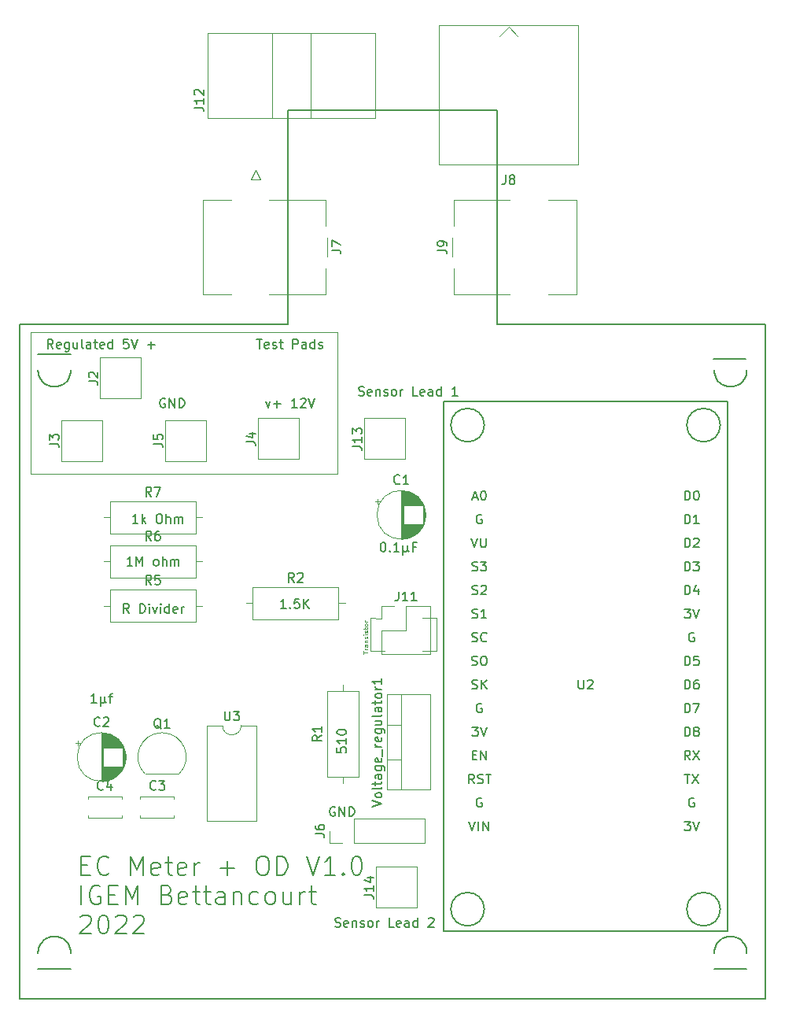
<source format=gbr>
%TF.GenerationSoftware,KiCad,Pcbnew,(5.1.12)-1*%
%TF.CreationDate,2022-04-29T07:44:41-07:00*%
%TF.ProjectId,Conductivity_Sensor_V1,436f6e64-7563-4746-9976-6974795f5365,rev?*%
%TF.SameCoordinates,Original*%
%TF.FileFunction,Legend,Top*%
%TF.FilePolarity,Positive*%
%FSLAX46Y46*%
G04 Gerber Fmt 4.6, Leading zero omitted, Abs format (unit mm)*
G04 Created by KiCad (PCBNEW (5.1.12)-1) date 2022-04-29 07:44:41*
%MOMM*%
%LPD*%
G01*
G04 APERTURE LIST*
%ADD10C,0.200000*%
%ADD11C,0.150000*%
%ADD12C,0.125000*%
%ADD13C,0.120000*%
G04 APERTURE END LIST*
D10*
X-47442000Y-176304000D02*
X-47133528Y-176304000D01*
X-47133528Y-176304000D02*
X-46860945Y-176304000D01*
X-46860945Y-176304000D02*
X-46619124Y-176304000D01*
X-46619124Y-176304000D02*
X-46402937Y-176304000D01*
X-46402937Y-176304000D02*
X-46115507Y-176304000D01*
X-46115507Y-176304000D02*
X-45856916Y-176304000D01*
X-45856916Y-176304000D02*
X-45609861Y-176304000D01*
X-45609861Y-176304000D02*
X-45357039Y-176304000D01*
X-45357039Y-176304000D02*
X-45081144Y-176304000D01*
X-45081144Y-176304000D02*
X-44875853Y-176304000D01*
X-44875853Y-176304000D02*
X-44647490Y-176304000D01*
X-44647490Y-176304000D02*
X-44390928Y-176304000D01*
X-44390928Y-176304000D02*
X-44101042Y-176304000D01*
X-44101042Y-176304000D02*
X-43942000Y-176304000D01*
X-49433243Y-173126745D02*
X-20559550Y-173126745D01*
X-49433243Y-245650245D02*
X-49433243Y-173126745D01*
X27088524Y-238972990D02*
X27396568Y-238992643D01*
X27396568Y-238992643D02*
X27666160Y-239048185D01*
X27666160Y-239048185D02*
X27899864Y-239134489D01*
X27899864Y-239134489D02*
X28100242Y-239246427D01*
X28100242Y-239246427D02*
X28269859Y-239378873D01*
X28269859Y-239378873D02*
X28411277Y-239526700D01*
X28411277Y-239526700D02*
X28576141Y-239766065D01*
X28576141Y-239766065D02*
X28691978Y-240011198D01*
X28691978Y-240011198D02*
X28767440Y-240244794D01*
X28767440Y-240244794D02*
X28811180Y-240449552D01*
X28811180Y-240449552D02*
X28837082Y-240679731D01*
X28837082Y-240679731D02*
X28838524Y-240722990D01*
X-45692000Y-238972990D02*
X-46000044Y-238992643D01*
X-46000044Y-238992643D02*
X-46269636Y-239048185D01*
X-46269636Y-239048185D02*
X-46503340Y-239134489D01*
X-46503340Y-239134489D02*
X-46703718Y-239246427D01*
X-46703718Y-239246427D02*
X-46873335Y-239378873D01*
X-46873335Y-239378873D02*
X-47014753Y-239526700D01*
X-47014753Y-239526700D02*
X-47179617Y-239766065D01*
X-47179617Y-239766065D02*
X-47295454Y-240011198D01*
X-47295454Y-240011198D02*
X-47370916Y-240244794D01*
X-47370916Y-240244794D02*
X-47414656Y-240449552D01*
X-47414656Y-240449552D02*
X-47440558Y-240679731D01*
X-47440558Y-240679731D02*
X-47442000Y-240722990D01*
X-45692000Y-179804000D02*
X-46000044Y-179784346D01*
X-46000044Y-179784346D02*
X-46269636Y-179728804D01*
X-46269636Y-179728804D02*
X-46503340Y-179642500D01*
X-46503340Y-179642500D02*
X-46703718Y-179530562D01*
X-46703718Y-179530562D02*
X-46873335Y-179398116D01*
X-46873335Y-179398116D02*
X-47014753Y-179250289D01*
X-47014753Y-179250289D02*
X-47179617Y-179010924D01*
X-47179617Y-179010924D02*
X-47295454Y-178765791D01*
X-47295454Y-178765791D02*
X-47370916Y-178532195D01*
X-47370916Y-178532195D02*
X-47414656Y-178327437D01*
X-47414656Y-178327437D02*
X-47440558Y-178097258D01*
X-47440558Y-178097258D02*
X-47442000Y-178054000D01*
X28838524Y-242472990D02*
X28530052Y-242472990D01*
X28530052Y-242472990D02*
X28257469Y-242472990D01*
X28257469Y-242472990D02*
X28015648Y-242472990D01*
X28015648Y-242472990D02*
X27799461Y-242472990D01*
X27799461Y-242472990D02*
X27512031Y-242472990D01*
X27512031Y-242472990D02*
X27253440Y-242472990D01*
X27253440Y-242472990D02*
X27006385Y-242472990D01*
X27006385Y-242472990D02*
X26753563Y-242472990D01*
X26753563Y-242472990D02*
X26477668Y-242472990D01*
X26477668Y-242472990D02*
X26272377Y-242472990D01*
X26272377Y-242472990D02*
X26044014Y-242472990D01*
X26044014Y-242472990D02*
X25787452Y-242472990D01*
X25787452Y-242472990D02*
X25497566Y-242472990D01*
X25497566Y-242472990D02*
X25338524Y-242472990D01*
X25338524Y-240722990D02*
X25356842Y-240508405D01*
X25356842Y-240508405D02*
X25409607Y-240244794D01*
X25409607Y-240244794D02*
X25485069Y-240011198D01*
X25485069Y-240011198D02*
X25600906Y-239766065D01*
X25600906Y-239766065D02*
X25765770Y-239526700D01*
X25765770Y-239526700D02*
X25907188Y-239378873D01*
X25907188Y-239378873D02*
X26076805Y-239246427D01*
X26076805Y-239246427D02*
X26277183Y-239134489D01*
X26277183Y-239134489D02*
X26510887Y-239048185D01*
X26510887Y-239048185D02*
X26780479Y-238992643D01*
X26780479Y-238992643D02*
X27088524Y-238972990D01*
X-20559550Y-150117695D02*
X1956073Y-150117695D01*
X30829767Y-245650245D02*
X-49433243Y-245650245D01*
X30829767Y-173126745D02*
X30829767Y-245650245D01*
X25338524Y-178054000D02*
X25356842Y-178268584D01*
X25356842Y-178268584D02*
X25409607Y-178532195D01*
X25409607Y-178532195D02*
X25485069Y-178765791D01*
X25485069Y-178765791D02*
X25600906Y-179010924D01*
X25600906Y-179010924D02*
X25765770Y-179250289D01*
X25765770Y-179250289D02*
X25907188Y-179398116D01*
X25907188Y-179398116D02*
X26076805Y-179530562D01*
X26076805Y-179530562D02*
X26277183Y-179642500D01*
X26277183Y-179642500D02*
X26510887Y-179728804D01*
X26510887Y-179728804D02*
X26780479Y-179784346D01*
X26780479Y-179784346D02*
X27088524Y-179804000D01*
X27088524Y-179804000D02*
X27396568Y-179784346D01*
X27396568Y-179784346D02*
X27666160Y-179728804D01*
X27666160Y-179728804D02*
X27899864Y-179642500D01*
X27899864Y-179642500D02*
X28100242Y-179530562D01*
X28100242Y-179530562D02*
X28269859Y-179398116D01*
X28269859Y-179398116D02*
X28411277Y-179250289D01*
X28411277Y-179250289D02*
X28576141Y-179010924D01*
X28576141Y-179010924D02*
X28691978Y-178765791D01*
X28691978Y-178765791D02*
X28767440Y-178532195D01*
X28767440Y-178532195D02*
X28811180Y-178327437D01*
X28811180Y-178327437D02*
X28837082Y-178097258D01*
X28837082Y-178097258D02*
X28838524Y-178054000D01*
X-47442000Y-242472990D02*
X-47133528Y-242472990D01*
X-47133528Y-242472990D02*
X-46860945Y-242472990D01*
X-46860945Y-242472990D02*
X-46619124Y-242472990D01*
X-46619124Y-242472990D02*
X-46402937Y-242472990D01*
X-46402937Y-242472990D02*
X-46115507Y-242472990D01*
X-46115507Y-242472990D02*
X-45856916Y-242472990D01*
X-45856916Y-242472990D02*
X-45609861Y-242472990D01*
X-45609861Y-242472990D02*
X-45357039Y-242472990D01*
X-45357039Y-242472990D02*
X-45081144Y-242472990D01*
X-45081144Y-242472990D02*
X-44875853Y-242472990D01*
X-44875853Y-242472990D02*
X-44647490Y-242472990D01*
X-44647490Y-242472990D02*
X-44390928Y-242472990D01*
X-44390928Y-242472990D02*
X-44101042Y-242472990D01*
X-44101042Y-242472990D02*
X-43942000Y-242472990D01*
X28708524Y-176795400D02*
X28400052Y-176795400D01*
X28400052Y-176795400D02*
X28127469Y-176795400D01*
X28127469Y-176795400D02*
X27885648Y-176795400D01*
X27885648Y-176795400D02*
X27669461Y-176795400D01*
X27669461Y-176795400D02*
X27382031Y-176795400D01*
X27382031Y-176795400D02*
X27123440Y-176795400D01*
X27123440Y-176795400D02*
X26876385Y-176795400D01*
X26876385Y-176795400D02*
X26623563Y-176795400D01*
X26623563Y-176795400D02*
X26347668Y-176795400D01*
X26347668Y-176795400D02*
X26142377Y-176795400D01*
X26142377Y-176795400D02*
X25914014Y-176795400D01*
X25914014Y-176795400D02*
X25657452Y-176795400D01*
X25657452Y-176795400D02*
X25367566Y-176795400D01*
X25367566Y-176795400D02*
X25208524Y-176795400D01*
X-43942000Y-240722990D02*
X-43960318Y-240508405D01*
X-43960318Y-240508405D02*
X-44013083Y-240244794D01*
X-44013083Y-240244794D02*
X-44088545Y-240011198D01*
X-44088545Y-240011198D02*
X-44204382Y-239766065D01*
X-44204382Y-239766065D02*
X-44369246Y-239526700D01*
X-44369246Y-239526700D02*
X-44510664Y-239378873D01*
X-44510664Y-239378873D02*
X-44680281Y-239246427D01*
X-44680281Y-239246427D02*
X-44880659Y-239134489D01*
X-44880659Y-239134489D02*
X-45114363Y-239048185D01*
X-45114363Y-239048185D02*
X-45383955Y-238992643D01*
X-45383955Y-238992643D02*
X-45692000Y-238972990D01*
X-20559550Y-173126745D02*
X-20559550Y-150117695D01*
X1956073Y-150117695D02*
X1956073Y-173126745D01*
X1956073Y-173126745D02*
X30829767Y-173126745D01*
X-43942000Y-178054000D02*
X-43960318Y-178268584D01*
X-43960318Y-178268584D02*
X-44013083Y-178532195D01*
X-44013083Y-178532195D02*
X-44088545Y-178765791D01*
X-44088545Y-178765791D02*
X-44204382Y-179010924D01*
X-44204382Y-179010924D02*
X-44369246Y-179250289D01*
X-44369246Y-179250289D02*
X-44510664Y-179398116D01*
X-44510664Y-179398116D02*
X-44680281Y-179530562D01*
X-44680281Y-179530562D02*
X-44880659Y-179642500D01*
X-44880659Y-179642500D02*
X-45114363Y-179728804D01*
X-45114363Y-179728804D02*
X-45383955Y-179784346D01*
X-45383955Y-179784346D02*
X-45692000Y-179804000D01*
D11*
X-15493904Y-225052000D02*
X-15589142Y-225004380D01*
X-15732000Y-225004380D01*
X-15874857Y-225052000D01*
X-15970095Y-225147238D01*
X-16017714Y-225242476D01*
X-16065333Y-225432952D01*
X-16065333Y-225575809D01*
X-16017714Y-225766285D01*
X-15970095Y-225861523D01*
X-15874857Y-225956761D01*
X-15732000Y-226004380D01*
X-15636761Y-226004380D01*
X-15493904Y-225956761D01*
X-15446285Y-225909142D01*
X-15446285Y-225575809D01*
X-15636761Y-225575809D01*
X-15017714Y-226004380D02*
X-15017714Y-225004380D01*
X-14446285Y-226004380D01*
X-14446285Y-225004380D01*
X-13970095Y-226004380D02*
X-13970095Y-225004380D01*
X-13732000Y-225004380D01*
X-13589142Y-225052000D01*
X-13493904Y-225147238D01*
X-13446285Y-225242476D01*
X-13398666Y-225432952D01*
X-13398666Y-225575809D01*
X-13446285Y-225766285D01*
X-13493904Y-225861523D01*
X-13589142Y-225956761D01*
X-13732000Y-226004380D01*
X-13970095Y-226004380D01*
X-42784109Y-231301542D02*
X-42117442Y-231301542D01*
X-41831728Y-232349161D02*
X-42784109Y-232349161D01*
X-42784109Y-230349161D01*
X-41831728Y-230349161D01*
X-39831728Y-232158685D02*
X-39926966Y-232253923D01*
X-40212680Y-232349161D01*
X-40403157Y-232349161D01*
X-40688871Y-232253923D01*
X-40879347Y-232063447D01*
X-40974585Y-231872971D01*
X-41069823Y-231492019D01*
X-41069823Y-231206304D01*
X-40974585Y-230825352D01*
X-40879347Y-230634876D01*
X-40688871Y-230444400D01*
X-40403157Y-230349161D01*
X-40212680Y-230349161D01*
X-39926966Y-230444400D01*
X-39831728Y-230539638D01*
X-37450776Y-232349161D02*
X-37450776Y-230349161D01*
X-36784109Y-231777733D01*
X-36117442Y-230349161D01*
X-36117442Y-232349161D01*
X-34403157Y-232253923D02*
X-34593633Y-232349161D01*
X-34974585Y-232349161D01*
X-35165061Y-232253923D01*
X-35260300Y-232063447D01*
X-35260300Y-231301542D01*
X-35165061Y-231111066D01*
X-34974585Y-231015828D01*
X-34593633Y-231015828D01*
X-34403157Y-231111066D01*
X-34307919Y-231301542D01*
X-34307919Y-231492019D01*
X-35260300Y-231682495D01*
X-33736490Y-231015828D02*
X-32974585Y-231015828D01*
X-33450776Y-230349161D02*
X-33450776Y-232063447D01*
X-33355538Y-232253923D01*
X-33165061Y-232349161D01*
X-32974585Y-232349161D01*
X-31546014Y-232253923D02*
X-31736490Y-232349161D01*
X-32117442Y-232349161D01*
X-32307919Y-232253923D01*
X-32403157Y-232063447D01*
X-32403157Y-231301542D01*
X-32307919Y-231111066D01*
X-32117442Y-231015828D01*
X-31736490Y-231015828D01*
X-31546014Y-231111066D01*
X-31450776Y-231301542D01*
X-31450776Y-231492019D01*
X-32403157Y-231682495D01*
X-30593633Y-232349161D02*
X-30593633Y-231015828D01*
X-30593633Y-231396780D02*
X-30498395Y-231206304D01*
X-30403157Y-231111066D01*
X-30212680Y-231015828D01*
X-30022204Y-231015828D01*
X-27831728Y-231587257D02*
X-26307919Y-231587257D01*
X-27069823Y-232349161D02*
X-27069823Y-230825352D01*
X-23450776Y-230349161D02*
X-23069823Y-230349161D01*
X-22879347Y-230444400D01*
X-22688871Y-230634876D01*
X-22593633Y-231015828D01*
X-22593633Y-231682495D01*
X-22688871Y-232063447D01*
X-22879347Y-232253923D01*
X-23069823Y-232349161D01*
X-23450776Y-232349161D01*
X-23641252Y-232253923D01*
X-23831728Y-232063447D01*
X-23926966Y-231682495D01*
X-23926966Y-231015828D01*
X-23831728Y-230634876D01*
X-23641252Y-230444400D01*
X-23450776Y-230349161D01*
X-21736490Y-232349161D02*
X-21736490Y-230349161D01*
X-21260300Y-230349161D01*
X-20974585Y-230444400D01*
X-20784109Y-230634876D01*
X-20688871Y-230825352D01*
X-20593633Y-231206304D01*
X-20593633Y-231492019D01*
X-20688871Y-231872971D01*
X-20784109Y-232063447D01*
X-20974585Y-232253923D01*
X-21260300Y-232349161D01*
X-21736490Y-232349161D01*
X-18498395Y-230349161D02*
X-17831728Y-232349161D01*
X-17165061Y-230349161D01*
X-15450776Y-232349161D02*
X-16593633Y-232349161D01*
X-16022204Y-232349161D02*
X-16022204Y-230349161D01*
X-16212680Y-230634876D01*
X-16403157Y-230825352D01*
X-16593633Y-230920590D01*
X-14593633Y-232158685D02*
X-14498395Y-232253923D01*
X-14593633Y-232349161D01*
X-14688871Y-232253923D01*
X-14593633Y-232158685D01*
X-14593633Y-232349161D01*
X-13260300Y-230349161D02*
X-13069823Y-230349161D01*
X-12879347Y-230444400D01*
X-12784109Y-230539638D01*
X-12688871Y-230730114D01*
X-12593633Y-231111066D01*
X-12593633Y-231587257D01*
X-12688871Y-231968209D01*
X-12784109Y-232158685D01*
X-12879347Y-232253923D01*
X-13069823Y-232349161D01*
X-13260300Y-232349161D01*
X-13450776Y-232253923D01*
X-13546014Y-232158685D01*
X-13641252Y-231968209D01*
X-13736490Y-231587257D01*
X-13736490Y-231111066D01*
X-13641252Y-230730114D01*
X-13546014Y-230539638D01*
X-13450776Y-230444400D01*
X-13260300Y-230349161D01*
X-42784109Y-235499161D02*
X-42784109Y-233499161D01*
X-40784109Y-233594400D02*
X-40974585Y-233499161D01*
X-41260300Y-233499161D01*
X-41546014Y-233594400D01*
X-41736490Y-233784876D01*
X-41831728Y-233975352D01*
X-41926966Y-234356304D01*
X-41926966Y-234642019D01*
X-41831728Y-235022971D01*
X-41736490Y-235213447D01*
X-41546014Y-235403923D01*
X-41260300Y-235499161D01*
X-41069823Y-235499161D01*
X-40784109Y-235403923D01*
X-40688871Y-235308685D01*
X-40688871Y-234642019D01*
X-41069823Y-234642019D01*
X-39831728Y-234451542D02*
X-39165061Y-234451542D01*
X-38879347Y-235499161D02*
X-39831728Y-235499161D01*
X-39831728Y-233499161D01*
X-38879347Y-233499161D01*
X-38022204Y-235499161D02*
X-38022204Y-233499161D01*
X-37355538Y-234927733D01*
X-36688871Y-233499161D01*
X-36688871Y-235499161D01*
X-33546014Y-234451542D02*
X-33260300Y-234546780D01*
X-33165061Y-234642019D01*
X-33069823Y-234832495D01*
X-33069823Y-235118209D01*
X-33165061Y-235308685D01*
X-33260300Y-235403923D01*
X-33450776Y-235499161D01*
X-34212680Y-235499161D01*
X-34212680Y-233499161D01*
X-33546014Y-233499161D01*
X-33355538Y-233594400D01*
X-33260300Y-233689638D01*
X-33165061Y-233880114D01*
X-33165061Y-234070590D01*
X-33260300Y-234261066D01*
X-33355538Y-234356304D01*
X-33546014Y-234451542D01*
X-34212680Y-234451542D01*
X-31450776Y-235403923D02*
X-31641252Y-235499161D01*
X-32022204Y-235499161D01*
X-32212680Y-235403923D01*
X-32307919Y-235213447D01*
X-32307919Y-234451542D01*
X-32212680Y-234261066D01*
X-32022204Y-234165828D01*
X-31641252Y-234165828D01*
X-31450776Y-234261066D01*
X-31355538Y-234451542D01*
X-31355538Y-234642019D01*
X-32307919Y-234832495D01*
X-30784109Y-234165828D02*
X-30022204Y-234165828D01*
X-30498395Y-233499161D02*
X-30498395Y-235213447D01*
X-30403157Y-235403923D01*
X-30212680Y-235499161D01*
X-30022204Y-235499161D01*
X-29641252Y-234165828D02*
X-28879347Y-234165828D01*
X-29355538Y-233499161D02*
X-29355538Y-235213447D01*
X-29260300Y-235403923D01*
X-29069823Y-235499161D01*
X-28879347Y-235499161D01*
X-27355538Y-235499161D02*
X-27355538Y-234451542D01*
X-27450776Y-234261066D01*
X-27641252Y-234165828D01*
X-28022204Y-234165828D01*
X-28212680Y-234261066D01*
X-27355538Y-235403923D02*
X-27546014Y-235499161D01*
X-28022204Y-235499161D01*
X-28212680Y-235403923D01*
X-28307919Y-235213447D01*
X-28307919Y-235022971D01*
X-28212680Y-234832495D01*
X-28022204Y-234737257D01*
X-27546014Y-234737257D01*
X-27355538Y-234642019D01*
X-26403157Y-234165828D02*
X-26403157Y-235499161D01*
X-26403157Y-234356304D02*
X-26307919Y-234261066D01*
X-26117442Y-234165828D01*
X-25831728Y-234165828D01*
X-25641252Y-234261066D01*
X-25546014Y-234451542D01*
X-25546014Y-235499161D01*
X-23736490Y-235403923D02*
X-23926966Y-235499161D01*
X-24307919Y-235499161D01*
X-24498395Y-235403923D01*
X-24593633Y-235308685D01*
X-24688871Y-235118209D01*
X-24688871Y-234546780D01*
X-24593633Y-234356304D01*
X-24498395Y-234261066D01*
X-24307919Y-234165828D01*
X-23926966Y-234165828D01*
X-23736490Y-234261066D01*
X-22593633Y-235499161D02*
X-22784109Y-235403923D01*
X-22879347Y-235308685D01*
X-22974585Y-235118209D01*
X-22974585Y-234546780D01*
X-22879347Y-234356304D01*
X-22784109Y-234261066D01*
X-22593633Y-234165828D01*
X-22307919Y-234165828D01*
X-22117442Y-234261066D01*
X-22022204Y-234356304D01*
X-21926966Y-234546780D01*
X-21926966Y-235118209D01*
X-22022204Y-235308685D01*
X-22117442Y-235403923D01*
X-22307919Y-235499161D01*
X-22593633Y-235499161D01*
X-20212680Y-234165828D02*
X-20212680Y-235499161D01*
X-21069823Y-234165828D02*
X-21069823Y-235213447D01*
X-20974585Y-235403923D01*
X-20784109Y-235499161D01*
X-20498395Y-235499161D01*
X-20307919Y-235403923D01*
X-20212680Y-235308685D01*
X-19260300Y-235499161D02*
X-19260300Y-234165828D01*
X-19260300Y-234546780D02*
X-19165061Y-234356304D01*
X-19069823Y-234261066D01*
X-18879347Y-234165828D01*
X-18688871Y-234165828D01*
X-18307919Y-234165828D02*
X-17546014Y-234165828D01*
X-18022204Y-233499161D02*
X-18022204Y-235213447D01*
X-17926966Y-235403923D01*
X-17736490Y-235499161D01*
X-17546014Y-235499161D01*
X-42879347Y-236839638D02*
X-42784109Y-236744400D01*
X-42593633Y-236649161D01*
X-42117442Y-236649161D01*
X-41926966Y-236744400D01*
X-41831728Y-236839638D01*
X-41736490Y-237030114D01*
X-41736490Y-237220590D01*
X-41831728Y-237506304D01*
X-42974585Y-238649161D01*
X-41736490Y-238649161D01*
X-40498395Y-236649161D02*
X-40307919Y-236649161D01*
X-40117442Y-236744400D01*
X-40022204Y-236839638D01*
X-39926966Y-237030114D01*
X-39831728Y-237411066D01*
X-39831728Y-237887257D01*
X-39926966Y-238268209D01*
X-40022204Y-238458685D01*
X-40117442Y-238553923D01*
X-40307919Y-238649161D01*
X-40498395Y-238649161D01*
X-40688871Y-238553923D01*
X-40784109Y-238458685D01*
X-40879347Y-238268209D01*
X-40974585Y-237887257D01*
X-40974585Y-237411066D01*
X-40879347Y-237030114D01*
X-40784109Y-236839638D01*
X-40688871Y-236744400D01*
X-40498395Y-236649161D01*
X-39069823Y-236839638D02*
X-38974585Y-236744400D01*
X-38784109Y-236649161D01*
X-38307919Y-236649161D01*
X-38117442Y-236744400D01*
X-38022204Y-236839638D01*
X-37926966Y-237030114D01*
X-37926966Y-237220590D01*
X-38022204Y-237506304D01*
X-39165061Y-238649161D01*
X-37926966Y-238649161D01*
X-37165061Y-236839638D02*
X-37069823Y-236744400D01*
X-36879347Y-236649161D01*
X-36403157Y-236649161D01*
X-36212680Y-236744400D01*
X-36117442Y-236839638D01*
X-36022204Y-237030114D01*
X-36022204Y-237220590D01*
X-36117442Y-237506304D01*
X-37260300Y-238649161D01*
X-36022204Y-238649161D01*
X-36686857Y-194508380D02*
X-37258285Y-194508380D01*
X-36972571Y-194508380D02*
X-36972571Y-193508380D01*
X-37067809Y-193651238D01*
X-37163047Y-193746476D01*
X-37258285Y-193794095D01*
X-36258285Y-194508380D02*
X-36258285Y-193508380D01*
X-36163047Y-194127428D02*
X-35877333Y-194508380D01*
X-35877333Y-193841714D02*
X-36258285Y-194222666D01*
X-34496380Y-193508380D02*
X-34305904Y-193508380D01*
X-34210666Y-193556000D01*
X-34115428Y-193651238D01*
X-34067809Y-193841714D01*
X-34067809Y-194175047D01*
X-34115428Y-194365523D01*
X-34210666Y-194460761D01*
X-34305904Y-194508380D01*
X-34496380Y-194508380D01*
X-34591619Y-194460761D01*
X-34686857Y-194365523D01*
X-34734476Y-194175047D01*
X-34734476Y-193841714D01*
X-34686857Y-193651238D01*
X-34591619Y-193556000D01*
X-34496380Y-193508380D01*
X-33639238Y-194508380D02*
X-33639238Y-193508380D01*
X-33210666Y-194508380D02*
X-33210666Y-193984571D01*
X-33258285Y-193889333D01*
X-33353523Y-193841714D01*
X-33496380Y-193841714D01*
X-33591619Y-193889333D01*
X-33639238Y-193936952D01*
X-32734476Y-194508380D02*
X-32734476Y-193841714D01*
X-32734476Y-193936952D02*
X-32686857Y-193889333D01*
X-32591619Y-193841714D01*
X-32448761Y-193841714D01*
X-32353523Y-193889333D01*
X-32305904Y-193984571D01*
X-32305904Y-194508380D01*
X-32305904Y-193984571D02*
X-32258285Y-193889333D01*
X-32163047Y-193841714D01*
X-32020190Y-193841714D01*
X-31924952Y-193889333D01*
X-31877333Y-193984571D01*
X-31877333Y-194508380D01*
X-37290095Y-199080380D02*
X-37861523Y-199080380D01*
X-37575809Y-199080380D02*
X-37575809Y-198080380D01*
X-37671047Y-198223238D01*
X-37766285Y-198318476D01*
X-37861523Y-198366095D01*
X-36861523Y-199080380D02*
X-36861523Y-198080380D01*
X-36528190Y-198794666D01*
X-36194857Y-198080380D01*
X-36194857Y-199080380D01*
X-34813904Y-199080380D02*
X-34909142Y-199032761D01*
X-34956761Y-198985142D01*
X-35004380Y-198889904D01*
X-35004380Y-198604190D01*
X-34956761Y-198508952D01*
X-34909142Y-198461333D01*
X-34813904Y-198413714D01*
X-34671047Y-198413714D01*
X-34575809Y-198461333D01*
X-34528190Y-198508952D01*
X-34480571Y-198604190D01*
X-34480571Y-198889904D01*
X-34528190Y-198985142D01*
X-34575809Y-199032761D01*
X-34671047Y-199080380D01*
X-34813904Y-199080380D01*
X-34052000Y-199080380D02*
X-34052000Y-198080380D01*
X-33623428Y-199080380D02*
X-33623428Y-198556571D01*
X-33671047Y-198461333D01*
X-33766285Y-198413714D01*
X-33909142Y-198413714D01*
X-34004380Y-198461333D01*
X-34052000Y-198508952D01*
X-33147238Y-199080380D02*
X-33147238Y-198413714D01*
X-33147238Y-198508952D02*
X-33099619Y-198461333D01*
X-33004380Y-198413714D01*
X-32861523Y-198413714D01*
X-32766285Y-198461333D01*
X-32718666Y-198556571D01*
X-32718666Y-199080380D01*
X-32718666Y-198556571D02*
X-32671047Y-198461333D01*
X-32575809Y-198413714D01*
X-32432952Y-198413714D01*
X-32337714Y-198461333D01*
X-32290095Y-198556571D01*
X-32290095Y-199080380D01*
X-37671047Y-204160380D02*
X-38004380Y-203684190D01*
X-38242476Y-204160380D02*
X-38242476Y-203160380D01*
X-37861523Y-203160380D01*
X-37766285Y-203208000D01*
X-37718666Y-203255619D01*
X-37671047Y-203350857D01*
X-37671047Y-203493714D01*
X-37718666Y-203588952D01*
X-37766285Y-203636571D01*
X-37861523Y-203684190D01*
X-38242476Y-203684190D01*
X-36480571Y-204160380D02*
X-36480571Y-203160380D01*
X-36242476Y-203160380D01*
X-36099619Y-203208000D01*
X-36004380Y-203303238D01*
X-35956761Y-203398476D01*
X-35909142Y-203588952D01*
X-35909142Y-203731809D01*
X-35956761Y-203922285D01*
X-36004380Y-204017523D01*
X-36099619Y-204112761D01*
X-36242476Y-204160380D01*
X-36480571Y-204160380D01*
X-35480571Y-204160380D02*
X-35480571Y-203493714D01*
X-35480571Y-203160380D02*
X-35528190Y-203208000D01*
X-35480571Y-203255619D01*
X-35432952Y-203208000D01*
X-35480571Y-203160380D01*
X-35480571Y-203255619D01*
X-35099619Y-203493714D02*
X-34861523Y-204160380D01*
X-34623428Y-203493714D01*
X-34242476Y-204160380D02*
X-34242476Y-203493714D01*
X-34242476Y-203160380D02*
X-34290095Y-203208000D01*
X-34242476Y-203255619D01*
X-34194857Y-203208000D01*
X-34242476Y-203160380D01*
X-34242476Y-203255619D01*
X-33337714Y-204160380D02*
X-33337714Y-203160380D01*
X-33337714Y-204112761D02*
X-33432952Y-204160380D01*
X-33623428Y-204160380D01*
X-33718666Y-204112761D01*
X-33766285Y-204065142D01*
X-33813904Y-203969904D01*
X-33813904Y-203684190D01*
X-33766285Y-203588952D01*
X-33718666Y-203541333D01*
X-33623428Y-203493714D01*
X-33432952Y-203493714D01*
X-33337714Y-203541333D01*
X-32480571Y-204112761D02*
X-32575809Y-204160380D01*
X-32766285Y-204160380D01*
X-32861523Y-204112761D01*
X-32909142Y-204017523D01*
X-32909142Y-203636571D01*
X-32861523Y-203541333D01*
X-32766285Y-203493714D01*
X-32575809Y-203493714D01*
X-32480571Y-203541333D01*
X-32432952Y-203636571D01*
X-32432952Y-203731809D01*
X-32909142Y-203827047D01*
X-32004380Y-204160380D02*
X-32004380Y-203493714D01*
X-32004380Y-203684190D02*
X-31956761Y-203588952D01*
X-31909142Y-203541333D01*
X-31813904Y-203493714D01*
X-31718666Y-203493714D01*
X-10350285Y-196556380D02*
X-10255047Y-196556380D01*
X-10159809Y-196604000D01*
X-10112190Y-196651619D01*
X-10064571Y-196746857D01*
X-10016952Y-196937333D01*
X-10016952Y-197175428D01*
X-10064571Y-197365904D01*
X-10112190Y-197461142D01*
X-10159809Y-197508761D01*
X-10255047Y-197556380D01*
X-10350285Y-197556380D01*
X-10445523Y-197508761D01*
X-10493142Y-197461142D01*
X-10540761Y-197365904D01*
X-10588380Y-197175428D01*
X-10588380Y-196937333D01*
X-10540761Y-196746857D01*
X-10493142Y-196651619D01*
X-10445523Y-196604000D01*
X-10350285Y-196556380D01*
X-9588380Y-197461142D02*
X-9540761Y-197508761D01*
X-9588380Y-197556380D01*
X-9636000Y-197508761D01*
X-9588380Y-197461142D01*
X-9588380Y-197556380D01*
X-8588380Y-197556380D02*
X-9159809Y-197556380D01*
X-8874095Y-197556380D02*
X-8874095Y-196556380D01*
X-8969333Y-196699238D01*
X-9064571Y-196794476D01*
X-9159809Y-196842095D01*
X-8159809Y-196889714D02*
X-8159809Y-197889714D01*
X-7683619Y-197413523D02*
X-7635999Y-197508761D01*
X-7540761Y-197556380D01*
X-8159809Y-197413523D02*
X-8112190Y-197508761D01*
X-8016952Y-197556380D01*
X-7826476Y-197556380D01*
X-7731238Y-197508761D01*
X-7683619Y-197413523D01*
X-7683619Y-196889714D01*
X-6778857Y-197032571D02*
X-7112190Y-197032571D01*
X-7112190Y-197556380D02*
X-7112190Y-196556380D01*
X-6636000Y-196556380D01*
D12*
X-12465809Y-208553619D02*
X-12465809Y-208267904D01*
X-11965809Y-208410761D02*
X-12465809Y-208410761D01*
X-11965809Y-208101238D02*
X-12299142Y-208101238D01*
X-12203904Y-208101238D02*
X-12251523Y-208077428D01*
X-12275333Y-208053619D01*
X-12299142Y-208006000D01*
X-12299142Y-207958380D01*
X-11965809Y-207577428D02*
X-12227714Y-207577428D01*
X-12275333Y-207601238D01*
X-12299142Y-207648857D01*
X-12299142Y-207744095D01*
X-12275333Y-207791714D01*
X-11989619Y-207577428D02*
X-11965809Y-207625047D01*
X-11965809Y-207744095D01*
X-11989619Y-207791714D01*
X-12037238Y-207815523D01*
X-12084857Y-207815523D01*
X-12132476Y-207791714D01*
X-12156285Y-207744095D01*
X-12156285Y-207625047D01*
X-12180095Y-207577428D01*
X-12299142Y-207339333D02*
X-11965809Y-207339333D01*
X-12251523Y-207339333D02*
X-12275333Y-207315523D01*
X-12299142Y-207267904D01*
X-12299142Y-207196476D01*
X-12275333Y-207148857D01*
X-12227714Y-207125047D01*
X-11965809Y-207125047D01*
X-11989619Y-206910761D02*
X-11965809Y-206863142D01*
X-11965809Y-206767904D01*
X-11989619Y-206720285D01*
X-12037238Y-206696476D01*
X-12061047Y-206696476D01*
X-12108666Y-206720285D01*
X-12132476Y-206767904D01*
X-12132476Y-206839333D01*
X-12156285Y-206886952D01*
X-12203904Y-206910761D01*
X-12227714Y-206910761D01*
X-12275333Y-206886952D01*
X-12299142Y-206839333D01*
X-12299142Y-206767904D01*
X-12275333Y-206720285D01*
X-11965809Y-206482190D02*
X-12299142Y-206482190D01*
X-12465809Y-206482190D02*
X-12442000Y-206506000D01*
X-12418190Y-206482190D01*
X-12442000Y-206458380D01*
X-12465809Y-206482190D01*
X-12418190Y-206482190D01*
X-11989619Y-206267904D02*
X-11965809Y-206220285D01*
X-11965809Y-206125047D01*
X-11989619Y-206077428D01*
X-12037238Y-206053619D01*
X-12061047Y-206053619D01*
X-12108666Y-206077428D01*
X-12132476Y-206125047D01*
X-12132476Y-206196476D01*
X-12156285Y-206244095D01*
X-12203904Y-206267904D01*
X-12227714Y-206267904D01*
X-12275333Y-206244095D01*
X-12299142Y-206196476D01*
X-12299142Y-206125047D01*
X-12275333Y-206077428D01*
X-12299142Y-205910761D02*
X-12299142Y-205720285D01*
X-12465809Y-205839333D02*
X-12037238Y-205839333D01*
X-11989619Y-205815523D01*
X-11965809Y-205767904D01*
X-11965809Y-205720285D01*
X-11965809Y-205482190D02*
X-11989619Y-205529809D01*
X-12013428Y-205553619D01*
X-12061047Y-205577428D01*
X-12203904Y-205577428D01*
X-12251523Y-205553619D01*
X-12275333Y-205529809D01*
X-12299142Y-205482190D01*
X-12299142Y-205410761D01*
X-12275333Y-205363142D01*
X-12251523Y-205339333D01*
X-12203904Y-205315523D01*
X-12061047Y-205315523D01*
X-12013428Y-205339333D01*
X-11989619Y-205363142D01*
X-11965809Y-205410761D01*
X-11965809Y-205482190D01*
X-11965809Y-205101238D02*
X-12299142Y-205101238D01*
X-12203904Y-205101238D02*
X-12251523Y-205077428D01*
X-12275333Y-205053619D01*
X-12299142Y-205006000D01*
X-12299142Y-204958380D01*
D13*
X-4572000Y-208280000D02*
X-6096000Y-208280000D01*
X-4572000Y-204724000D02*
X-4572000Y-208280000D01*
X-6096000Y-204724000D02*
X-4572000Y-204724000D01*
X-11684000Y-208280000D02*
X-10160000Y-208280000D01*
X-11684000Y-204724000D02*
X-11684000Y-208280000D01*
X-10440000Y-204730000D02*
X-11684000Y-204724000D01*
D11*
X-20740571Y-203652380D02*
X-21312000Y-203652380D01*
X-21026285Y-203652380D02*
X-21026285Y-202652380D01*
X-21121523Y-202795238D01*
X-21216761Y-202890476D01*
X-21312000Y-202938095D01*
X-20312000Y-203557142D02*
X-20264380Y-203604761D01*
X-20312000Y-203652380D01*
X-20359619Y-203604761D01*
X-20312000Y-203557142D01*
X-20312000Y-203652380D01*
X-19359619Y-202652380D02*
X-19835809Y-202652380D01*
X-19883428Y-203128571D01*
X-19835809Y-203080952D01*
X-19740571Y-203033333D01*
X-19502476Y-203033333D01*
X-19407238Y-203080952D01*
X-19359619Y-203128571D01*
X-19312000Y-203223809D01*
X-19312000Y-203461904D01*
X-19359619Y-203557142D01*
X-19407238Y-203604761D01*
X-19502476Y-203652380D01*
X-19740571Y-203652380D01*
X-19835809Y-203604761D01*
X-19883428Y-203557142D01*
X-18883428Y-203652380D02*
X-18883428Y-202652380D01*
X-18312000Y-203652380D02*
X-18740571Y-203080952D01*
X-18312000Y-202652380D02*
X-18883428Y-203223809D01*
X-15279619Y-218646285D02*
X-15279619Y-219122476D01*
X-14803428Y-219170095D01*
X-14851047Y-219122476D01*
X-14898666Y-219027238D01*
X-14898666Y-218789142D01*
X-14851047Y-218693904D01*
X-14803428Y-218646285D01*
X-14708190Y-218598666D01*
X-14470095Y-218598666D01*
X-14374857Y-218646285D01*
X-14327238Y-218693904D01*
X-14279619Y-218789142D01*
X-14279619Y-219027238D01*
X-14327238Y-219122476D01*
X-14374857Y-219170095D01*
X-14279619Y-217646285D02*
X-14279619Y-218217714D01*
X-14279619Y-217932000D02*
X-15279619Y-217932000D01*
X-15136761Y-218027238D01*
X-15041523Y-218122476D01*
X-14993904Y-218217714D01*
X-15279619Y-217027238D02*
X-15279619Y-216932000D01*
X-15232000Y-216836761D01*
X-15184380Y-216789142D01*
X-15089142Y-216741523D01*
X-14898666Y-216693904D01*
X-14660571Y-216693904D01*
X-14470095Y-216741523D01*
X-14374857Y-216789142D01*
X-14327238Y-216836761D01*
X-14279619Y-216932000D01*
X-14279619Y-217027238D01*
X-14327238Y-217122476D01*
X-14374857Y-217170095D01*
X-14470095Y-217217714D01*
X-14660571Y-217265333D01*
X-14898666Y-217265333D01*
X-15089142Y-217217714D01*
X-15184380Y-217170095D01*
X-15232000Y-217122476D01*
X-15279619Y-217027238D01*
X-41163809Y-213812380D02*
X-41735238Y-213812380D01*
X-41449523Y-213812380D02*
X-41449523Y-212812380D01*
X-41544761Y-212955238D01*
X-41640000Y-213050476D01*
X-41735238Y-213098095D01*
X-40735238Y-213145714D02*
X-40735238Y-214145714D01*
X-40259047Y-213669523D02*
X-40211428Y-213764761D01*
X-40116190Y-213812380D01*
X-40735238Y-213669523D02*
X-40687619Y-213764761D01*
X-40592380Y-213812380D01*
X-40401904Y-213812380D01*
X-40306666Y-213764761D01*
X-40259047Y-213669523D01*
X-40259047Y-213145714D01*
X-39830476Y-213145714D02*
X-39449523Y-213145714D01*
X-39687619Y-213812380D02*
X-39687619Y-212955238D01*
X-39640000Y-212860000D01*
X-39544761Y-212812380D01*
X-39449523Y-212812380D01*
X-15469523Y-237894761D02*
X-15326666Y-237942380D01*
X-15088571Y-237942380D01*
X-14993333Y-237894761D01*
X-14945714Y-237847142D01*
X-14898095Y-237751904D01*
X-14898095Y-237656666D01*
X-14945714Y-237561428D01*
X-14993333Y-237513809D01*
X-15088571Y-237466190D01*
X-15279047Y-237418571D01*
X-15374285Y-237370952D01*
X-15421904Y-237323333D01*
X-15469523Y-237228095D01*
X-15469523Y-237132857D01*
X-15421904Y-237037619D01*
X-15374285Y-236990000D01*
X-15279047Y-236942380D01*
X-15040952Y-236942380D01*
X-14898095Y-236990000D01*
X-14088571Y-237894761D02*
X-14183809Y-237942380D01*
X-14374285Y-237942380D01*
X-14469523Y-237894761D01*
X-14517142Y-237799523D01*
X-14517142Y-237418571D01*
X-14469523Y-237323333D01*
X-14374285Y-237275714D01*
X-14183809Y-237275714D01*
X-14088571Y-237323333D01*
X-14040952Y-237418571D01*
X-14040952Y-237513809D01*
X-14517142Y-237609047D01*
X-13612380Y-237275714D02*
X-13612380Y-237942380D01*
X-13612380Y-237370952D02*
X-13564761Y-237323333D01*
X-13469523Y-237275714D01*
X-13326666Y-237275714D01*
X-13231428Y-237323333D01*
X-13183809Y-237418571D01*
X-13183809Y-237942380D01*
X-12755238Y-237894761D02*
X-12660000Y-237942380D01*
X-12469523Y-237942380D01*
X-12374285Y-237894761D01*
X-12326666Y-237799523D01*
X-12326666Y-237751904D01*
X-12374285Y-237656666D01*
X-12469523Y-237609047D01*
X-12612380Y-237609047D01*
X-12707619Y-237561428D01*
X-12755238Y-237466190D01*
X-12755238Y-237418571D01*
X-12707619Y-237323333D01*
X-12612380Y-237275714D01*
X-12469523Y-237275714D01*
X-12374285Y-237323333D01*
X-11755238Y-237942380D02*
X-11850476Y-237894761D01*
X-11898095Y-237847142D01*
X-11945714Y-237751904D01*
X-11945714Y-237466190D01*
X-11898095Y-237370952D01*
X-11850476Y-237323333D01*
X-11755238Y-237275714D01*
X-11612380Y-237275714D01*
X-11517142Y-237323333D01*
X-11469523Y-237370952D01*
X-11421904Y-237466190D01*
X-11421904Y-237751904D01*
X-11469523Y-237847142D01*
X-11517142Y-237894761D01*
X-11612380Y-237942380D01*
X-11755238Y-237942380D01*
X-10993333Y-237942380D02*
X-10993333Y-237275714D01*
X-10993333Y-237466190D02*
X-10945714Y-237370952D01*
X-10898095Y-237323333D01*
X-10802857Y-237275714D01*
X-10707619Y-237275714D01*
X-9136190Y-237942380D02*
X-9612380Y-237942380D01*
X-9612380Y-236942380D01*
X-8421904Y-237894761D02*
X-8517142Y-237942380D01*
X-8707619Y-237942380D01*
X-8802857Y-237894761D01*
X-8850476Y-237799523D01*
X-8850476Y-237418571D01*
X-8802857Y-237323333D01*
X-8707619Y-237275714D01*
X-8517142Y-237275714D01*
X-8421904Y-237323333D01*
X-8374285Y-237418571D01*
X-8374285Y-237513809D01*
X-8850476Y-237609047D01*
X-7517142Y-237942380D02*
X-7517142Y-237418571D01*
X-7564761Y-237323333D01*
X-7660000Y-237275714D01*
X-7850476Y-237275714D01*
X-7945714Y-237323333D01*
X-7517142Y-237894761D02*
X-7612380Y-237942380D01*
X-7850476Y-237942380D01*
X-7945714Y-237894761D01*
X-7993333Y-237799523D01*
X-7993333Y-237704285D01*
X-7945714Y-237609047D01*
X-7850476Y-237561428D01*
X-7612380Y-237561428D01*
X-7517142Y-237513809D01*
X-6612380Y-237942380D02*
X-6612380Y-236942380D01*
X-6612380Y-237894761D02*
X-6707619Y-237942380D01*
X-6898095Y-237942380D01*
X-6993333Y-237894761D01*
X-7040952Y-237847142D01*
X-7088571Y-237751904D01*
X-7088571Y-237466190D01*
X-7040952Y-237370952D01*
X-6993333Y-237323333D01*
X-6898095Y-237275714D01*
X-6707619Y-237275714D01*
X-6612380Y-237323333D01*
X-5421904Y-237037619D02*
X-5374285Y-236990000D01*
X-5279047Y-236942380D01*
X-5040952Y-236942380D01*
X-4945714Y-236990000D01*
X-4898095Y-237037619D01*
X-4850476Y-237132857D01*
X-4850476Y-237228095D01*
X-4898095Y-237370952D01*
X-5469523Y-237942380D01*
X-4850476Y-237942380D01*
X-12929523Y-180744761D02*
X-12786666Y-180792380D01*
X-12548571Y-180792380D01*
X-12453333Y-180744761D01*
X-12405714Y-180697142D01*
X-12358095Y-180601904D01*
X-12358095Y-180506666D01*
X-12405714Y-180411428D01*
X-12453333Y-180363809D01*
X-12548571Y-180316190D01*
X-12739047Y-180268571D01*
X-12834285Y-180220952D01*
X-12881904Y-180173333D01*
X-12929523Y-180078095D01*
X-12929523Y-179982857D01*
X-12881904Y-179887619D01*
X-12834285Y-179840000D01*
X-12739047Y-179792380D01*
X-12500952Y-179792380D01*
X-12358095Y-179840000D01*
X-11548571Y-180744761D02*
X-11643809Y-180792380D01*
X-11834285Y-180792380D01*
X-11929523Y-180744761D01*
X-11977142Y-180649523D01*
X-11977142Y-180268571D01*
X-11929523Y-180173333D01*
X-11834285Y-180125714D01*
X-11643809Y-180125714D01*
X-11548571Y-180173333D01*
X-11500952Y-180268571D01*
X-11500952Y-180363809D01*
X-11977142Y-180459047D01*
X-11072380Y-180125714D02*
X-11072380Y-180792380D01*
X-11072380Y-180220952D02*
X-11024761Y-180173333D01*
X-10929523Y-180125714D01*
X-10786666Y-180125714D01*
X-10691428Y-180173333D01*
X-10643809Y-180268571D01*
X-10643809Y-180792380D01*
X-10215238Y-180744761D02*
X-10120000Y-180792380D01*
X-9929523Y-180792380D01*
X-9834285Y-180744761D01*
X-9786666Y-180649523D01*
X-9786666Y-180601904D01*
X-9834285Y-180506666D01*
X-9929523Y-180459047D01*
X-10072380Y-180459047D01*
X-10167619Y-180411428D01*
X-10215238Y-180316190D01*
X-10215238Y-180268571D01*
X-10167619Y-180173333D01*
X-10072380Y-180125714D01*
X-9929523Y-180125714D01*
X-9834285Y-180173333D01*
X-9215238Y-180792380D02*
X-9310476Y-180744761D01*
X-9358095Y-180697142D01*
X-9405714Y-180601904D01*
X-9405714Y-180316190D01*
X-9358095Y-180220952D01*
X-9310476Y-180173333D01*
X-9215238Y-180125714D01*
X-9072380Y-180125714D01*
X-8977142Y-180173333D01*
X-8929523Y-180220952D01*
X-8881904Y-180316190D01*
X-8881904Y-180601904D01*
X-8929523Y-180697142D01*
X-8977142Y-180744761D01*
X-9072380Y-180792380D01*
X-9215238Y-180792380D01*
X-8453333Y-180792380D02*
X-8453333Y-180125714D01*
X-8453333Y-180316190D02*
X-8405714Y-180220952D01*
X-8358095Y-180173333D01*
X-8262857Y-180125714D01*
X-8167619Y-180125714D01*
X-6596190Y-180792380D02*
X-7072380Y-180792380D01*
X-7072380Y-179792380D01*
X-5881904Y-180744761D02*
X-5977142Y-180792380D01*
X-6167619Y-180792380D01*
X-6262857Y-180744761D01*
X-6310476Y-180649523D01*
X-6310476Y-180268571D01*
X-6262857Y-180173333D01*
X-6167619Y-180125714D01*
X-5977142Y-180125714D01*
X-5881904Y-180173333D01*
X-5834285Y-180268571D01*
X-5834285Y-180363809D01*
X-6310476Y-180459047D01*
X-4977142Y-180792380D02*
X-4977142Y-180268571D01*
X-5024761Y-180173333D01*
X-5120000Y-180125714D01*
X-5310476Y-180125714D01*
X-5405714Y-180173333D01*
X-4977142Y-180744761D02*
X-5072380Y-180792380D01*
X-5310476Y-180792380D01*
X-5405714Y-180744761D01*
X-5453333Y-180649523D01*
X-5453333Y-180554285D01*
X-5405714Y-180459047D01*
X-5310476Y-180411428D01*
X-5072380Y-180411428D01*
X-4977142Y-180363809D01*
X-4072380Y-180792380D02*
X-4072380Y-179792380D01*
X-4072380Y-180744761D02*
X-4167619Y-180792380D01*
X-4358095Y-180792380D01*
X-4453333Y-180744761D01*
X-4500952Y-180697142D01*
X-4548571Y-180601904D01*
X-4548571Y-180316190D01*
X-4500952Y-180220952D01*
X-4453333Y-180173333D01*
X-4358095Y-180125714D01*
X-4167619Y-180125714D01*
X-4072380Y-180173333D01*
X-2310476Y-180792380D02*
X-2881904Y-180792380D01*
X-2596190Y-180792380D02*
X-2596190Y-179792380D01*
X-2691428Y-179935238D01*
X-2786666Y-180030476D01*
X-2881904Y-180078095D01*
X-22939047Y-181395714D02*
X-22700952Y-182062380D01*
X-22462857Y-181395714D01*
X-22081904Y-181681428D02*
X-21320000Y-181681428D01*
X-21700952Y-182062380D02*
X-21700952Y-181300476D01*
X-19558095Y-182062380D02*
X-20129523Y-182062380D01*
X-19843809Y-182062380D02*
X-19843809Y-181062380D01*
X-19939047Y-181205238D01*
X-20034285Y-181300476D01*
X-20129523Y-181348095D01*
X-19177142Y-181157619D02*
X-19129523Y-181110000D01*
X-19034285Y-181062380D01*
X-18796190Y-181062380D01*
X-18700952Y-181110000D01*
X-18653333Y-181157619D01*
X-18605714Y-181252857D01*
X-18605714Y-181348095D01*
X-18653333Y-181490952D01*
X-19224761Y-182062380D01*
X-18605714Y-182062380D01*
X-18320000Y-181062380D02*
X-17986666Y-182062380D01*
X-17653333Y-181062380D01*
X-45830476Y-175712380D02*
X-46163809Y-175236190D01*
X-46401904Y-175712380D02*
X-46401904Y-174712380D01*
X-46020952Y-174712380D01*
X-45925714Y-174760000D01*
X-45878095Y-174807619D01*
X-45830476Y-174902857D01*
X-45830476Y-175045714D01*
X-45878095Y-175140952D01*
X-45925714Y-175188571D01*
X-46020952Y-175236190D01*
X-46401904Y-175236190D01*
X-45020952Y-175664761D02*
X-45116190Y-175712380D01*
X-45306666Y-175712380D01*
X-45401904Y-175664761D01*
X-45449523Y-175569523D01*
X-45449523Y-175188571D01*
X-45401904Y-175093333D01*
X-45306666Y-175045714D01*
X-45116190Y-175045714D01*
X-45020952Y-175093333D01*
X-44973333Y-175188571D01*
X-44973333Y-175283809D01*
X-45449523Y-175379047D01*
X-44116190Y-175045714D02*
X-44116190Y-175855238D01*
X-44163809Y-175950476D01*
X-44211428Y-175998095D01*
X-44306666Y-176045714D01*
X-44449523Y-176045714D01*
X-44544761Y-175998095D01*
X-44116190Y-175664761D02*
X-44211428Y-175712380D01*
X-44401904Y-175712380D01*
X-44497142Y-175664761D01*
X-44544761Y-175617142D01*
X-44592380Y-175521904D01*
X-44592380Y-175236190D01*
X-44544761Y-175140952D01*
X-44497142Y-175093333D01*
X-44401904Y-175045714D01*
X-44211428Y-175045714D01*
X-44116190Y-175093333D01*
X-43211428Y-175045714D02*
X-43211428Y-175712380D01*
X-43640000Y-175045714D02*
X-43640000Y-175569523D01*
X-43592380Y-175664761D01*
X-43497142Y-175712380D01*
X-43354285Y-175712380D01*
X-43259047Y-175664761D01*
X-43211428Y-175617142D01*
X-42592380Y-175712380D02*
X-42687619Y-175664761D01*
X-42735238Y-175569523D01*
X-42735238Y-174712380D01*
X-41782857Y-175712380D02*
X-41782857Y-175188571D01*
X-41830476Y-175093333D01*
X-41925714Y-175045714D01*
X-42116190Y-175045714D01*
X-42211428Y-175093333D01*
X-41782857Y-175664761D02*
X-41878095Y-175712380D01*
X-42116190Y-175712380D01*
X-42211428Y-175664761D01*
X-42259047Y-175569523D01*
X-42259047Y-175474285D01*
X-42211428Y-175379047D01*
X-42116190Y-175331428D01*
X-41878095Y-175331428D01*
X-41782857Y-175283809D01*
X-41449523Y-175045714D02*
X-41068571Y-175045714D01*
X-41306666Y-174712380D02*
X-41306666Y-175569523D01*
X-41259047Y-175664761D01*
X-41163809Y-175712380D01*
X-41068571Y-175712380D01*
X-40354285Y-175664761D02*
X-40449523Y-175712380D01*
X-40640000Y-175712380D01*
X-40735238Y-175664761D01*
X-40782857Y-175569523D01*
X-40782857Y-175188571D01*
X-40735238Y-175093333D01*
X-40640000Y-175045714D01*
X-40449523Y-175045714D01*
X-40354285Y-175093333D01*
X-40306666Y-175188571D01*
X-40306666Y-175283809D01*
X-40782857Y-175379047D01*
X-39449523Y-175712380D02*
X-39449523Y-174712380D01*
X-39449523Y-175664761D02*
X-39544761Y-175712380D01*
X-39735238Y-175712380D01*
X-39830476Y-175664761D01*
X-39878095Y-175617142D01*
X-39925714Y-175521904D01*
X-39925714Y-175236190D01*
X-39878095Y-175140952D01*
X-39830476Y-175093333D01*
X-39735238Y-175045714D01*
X-39544761Y-175045714D01*
X-39449523Y-175093333D01*
X-37735238Y-174712380D02*
X-38211428Y-174712380D01*
X-38259047Y-175188571D01*
X-38211428Y-175140952D01*
X-38116190Y-175093333D01*
X-37878095Y-175093333D01*
X-37782857Y-175140952D01*
X-37735238Y-175188571D01*
X-37687619Y-175283809D01*
X-37687619Y-175521904D01*
X-37735238Y-175617142D01*
X-37782857Y-175664761D01*
X-37878095Y-175712380D01*
X-38116190Y-175712380D01*
X-38211428Y-175664761D01*
X-38259047Y-175617142D01*
X-37401904Y-174712380D02*
X-37068571Y-175712380D01*
X-36735238Y-174712380D01*
X-35640000Y-175331428D02*
X-34878095Y-175331428D01*
X-35259047Y-175712380D02*
X-35259047Y-174950476D01*
X-33781904Y-181110000D02*
X-33877142Y-181062380D01*
X-34020000Y-181062380D01*
X-34162857Y-181110000D01*
X-34258095Y-181205238D01*
X-34305714Y-181300476D01*
X-34353333Y-181490952D01*
X-34353333Y-181633809D01*
X-34305714Y-181824285D01*
X-34258095Y-181919523D01*
X-34162857Y-182014761D01*
X-34020000Y-182062380D01*
X-33924761Y-182062380D01*
X-33781904Y-182014761D01*
X-33734285Y-181967142D01*
X-33734285Y-181633809D01*
X-33924761Y-181633809D01*
X-33305714Y-182062380D02*
X-33305714Y-181062380D01*
X-32734285Y-182062380D01*
X-32734285Y-181062380D01*
X-32258095Y-182062380D02*
X-32258095Y-181062380D01*
X-32020000Y-181062380D01*
X-31877142Y-181110000D01*
X-31781904Y-181205238D01*
X-31734285Y-181300476D01*
X-31686666Y-181490952D01*
X-31686666Y-181633809D01*
X-31734285Y-181824285D01*
X-31781904Y-181919523D01*
X-31877142Y-182014761D01*
X-32020000Y-182062380D01*
X-32258095Y-182062380D01*
D13*
X-15240000Y-173990000D02*
X-48260000Y-173990000D01*
X-48260000Y-175260000D02*
X-48260000Y-173990000D01*
X-15240000Y-189230000D02*
X-15240000Y-173990000D01*
X-48260000Y-189230000D02*
X-15240000Y-189230000D01*
X-48260000Y-175260000D02*
X-48260000Y-189230000D01*
D11*
X-23915238Y-174712380D02*
X-23343809Y-174712380D01*
X-23629523Y-175712380D02*
X-23629523Y-174712380D01*
X-22629523Y-175664761D02*
X-22724761Y-175712380D01*
X-22915238Y-175712380D01*
X-23010476Y-175664761D01*
X-23058095Y-175569523D01*
X-23058095Y-175188571D01*
X-23010476Y-175093333D01*
X-22915238Y-175045714D01*
X-22724761Y-175045714D01*
X-22629523Y-175093333D01*
X-22581904Y-175188571D01*
X-22581904Y-175283809D01*
X-23058095Y-175379047D01*
X-22200952Y-175664761D02*
X-22105714Y-175712380D01*
X-21915238Y-175712380D01*
X-21820000Y-175664761D01*
X-21772380Y-175569523D01*
X-21772380Y-175521904D01*
X-21820000Y-175426666D01*
X-21915238Y-175379047D01*
X-22058095Y-175379047D01*
X-22153333Y-175331428D01*
X-22200952Y-175236190D01*
X-22200952Y-175188571D01*
X-22153333Y-175093333D01*
X-22058095Y-175045714D01*
X-21915238Y-175045714D01*
X-21820000Y-175093333D01*
X-21486666Y-175045714D02*
X-21105714Y-175045714D01*
X-21343809Y-174712380D02*
X-21343809Y-175569523D01*
X-21296190Y-175664761D01*
X-21200952Y-175712380D01*
X-21105714Y-175712380D01*
X-20010476Y-175712380D02*
X-20010476Y-174712380D01*
X-19629523Y-174712380D01*
X-19534285Y-174760000D01*
X-19486666Y-174807619D01*
X-19439047Y-174902857D01*
X-19439047Y-175045714D01*
X-19486666Y-175140952D01*
X-19534285Y-175188571D01*
X-19629523Y-175236190D01*
X-20010476Y-175236190D01*
X-18581904Y-175712380D02*
X-18581904Y-175188571D01*
X-18629523Y-175093333D01*
X-18724761Y-175045714D01*
X-18915238Y-175045714D01*
X-19010476Y-175093333D01*
X-18581904Y-175664761D02*
X-18677142Y-175712380D01*
X-18915238Y-175712380D01*
X-19010476Y-175664761D01*
X-19058095Y-175569523D01*
X-19058095Y-175474285D01*
X-19010476Y-175379047D01*
X-18915238Y-175331428D01*
X-18677142Y-175331428D01*
X-18581904Y-175283809D01*
X-17677142Y-175712380D02*
X-17677142Y-174712380D01*
X-17677142Y-175664761D02*
X-17772380Y-175712380D01*
X-17962857Y-175712380D01*
X-18058095Y-175664761D01*
X-18105714Y-175617142D01*
X-18153333Y-175521904D01*
X-18153333Y-175236190D01*
X-18105714Y-175140952D01*
X-18058095Y-175093333D01*
X-17962857Y-175045714D01*
X-17772380Y-175045714D01*
X-17677142Y-175093333D01*
X-17248571Y-175664761D02*
X-17153333Y-175712380D01*
X-16962857Y-175712380D01*
X-16867619Y-175664761D01*
X-16820000Y-175569523D01*
X-16820000Y-175521904D01*
X-16867619Y-175426666D01*
X-16962857Y-175379047D01*
X-17105714Y-175379047D01*
X-17200952Y-175331428D01*
X-17248571Y-175236190D01*
X-17248571Y-175188571D01*
X-17200952Y-175093333D01*
X-17105714Y-175045714D01*
X-16962857Y-175045714D01*
X-16867619Y-175093333D01*
D13*
%TO.C,J11*%
X-10440000Y-203400000D02*
X-9110000Y-203400000D01*
X-10440000Y-204730000D02*
X-10440000Y-203400000D01*
X-7840000Y-203400000D02*
X-5240000Y-203400000D01*
X-7840000Y-206000000D02*
X-7840000Y-203400000D01*
X-10440000Y-206000000D02*
X-7840000Y-206000000D01*
X-5240000Y-203400000D02*
X-5240000Y-208600000D01*
X-10440000Y-206000000D02*
X-10440000Y-208600000D01*
X-10440000Y-208600000D02*
X-5240000Y-208600000D01*
%TO.C,J5*%
X-29370000Y-187800000D02*
X-33770000Y-187800000D01*
X-29370000Y-183400000D02*
X-29370000Y-187800000D01*
X-33770000Y-183400000D02*
X-29370000Y-183400000D01*
X-33770000Y-187800000D02*
X-33770000Y-183400000D01*
%TO.C,J14*%
X-6690000Y-235880000D02*
X-11090000Y-235880000D01*
X-6690000Y-231480000D02*
X-6690000Y-235880000D01*
X-11090000Y-231480000D02*
X-6690000Y-231480000D01*
X-11090000Y-235880000D02*
X-11090000Y-231480000D01*
%TO.C,J13*%
X-7960000Y-187620000D02*
X-12360000Y-187620000D01*
X-7960000Y-183220000D02*
X-7960000Y-187620000D01*
X-12360000Y-183220000D02*
X-7960000Y-183220000D01*
X-12360000Y-187620000D02*
X-12360000Y-183220000D01*
%TO.C,Voltage_regulator1*%
X-9910000Y-216199000D02*
X-8400000Y-216199000D01*
X-9910000Y-219900000D02*
X-8400000Y-219900000D01*
X-8400000Y-223170000D02*
X-8400000Y-212930000D01*
X-9910000Y-212930000D02*
X-5269000Y-212930000D01*
X-9910000Y-223170000D02*
X-5269000Y-223170000D01*
X-5269000Y-223170000D02*
X-5269000Y-212930000D01*
X-9910000Y-223170000D02*
X-9910000Y-212930000D01*
%TO.C,U3*%
X-23940000Y-216270000D02*
X-25590000Y-216270000D01*
X-23940000Y-226550000D02*
X-23940000Y-216270000D01*
X-29240000Y-226550000D02*
X-23940000Y-226550000D01*
X-29240000Y-216270000D02*
X-29240000Y-226550000D01*
X-27590000Y-216270000D02*
X-29240000Y-216270000D01*
X-25590000Y-216270000D02*
G75*
G02*
X-27590000Y-216270000I-1000000J0D01*
G01*
D11*
%TO.C,U2*%
X26730800Y-238387000D02*
X26730800Y-181387000D01*
X-3769200Y-238387000D02*
X26730800Y-238387000D01*
X-3769200Y-181387000D02*
X-3769200Y-238387000D01*
X-3269200Y-181387000D02*
X-3769200Y-181387000D01*
X26730800Y-181387000D02*
X-3269200Y-181387000D01*
X25976851Y-183947000D02*
G75*
G03*
X25976851Y-183947000I-1796051J0D01*
G01*
X576851Y-183947000D02*
G75*
G03*
X576851Y-183947000I-1796051J0D01*
G01*
X576851Y-236017000D02*
G75*
G03*
X576851Y-236017000I-1796051J0D01*
G01*
X25976851Y-236017000D02*
G75*
G03*
X25976851Y-236017000I-1796051J0D01*
G01*
D13*
%TO.C,R7*%
X-29785000Y-193875000D02*
X-30475000Y-193875000D01*
X-40405000Y-193875000D02*
X-39715000Y-193875000D01*
X-30475000Y-192155000D02*
X-39715000Y-192155000D01*
X-30475000Y-195595000D02*
X-30475000Y-192155000D01*
X-39715000Y-195595000D02*
X-30475000Y-195595000D01*
X-39715000Y-192155000D02*
X-39715000Y-195595000D01*
%TO.C,R6*%
X-29785000Y-198625000D02*
X-30475000Y-198625000D01*
X-40405000Y-198625000D02*
X-39715000Y-198625000D01*
X-30475000Y-196905000D02*
X-39715000Y-196905000D01*
X-30475000Y-200345000D02*
X-30475000Y-196905000D01*
X-39715000Y-200345000D02*
X-30475000Y-200345000D01*
X-39715000Y-196905000D02*
X-39715000Y-200345000D01*
%TO.C,R5*%
X-29785000Y-203375000D02*
X-30475000Y-203375000D01*
X-40405000Y-203375000D02*
X-39715000Y-203375000D01*
X-30475000Y-201655000D02*
X-39715000Y-201655000D01*
X-30475000Y-205095000D02*
X-30475000Y-201655000D01*
X-39715000Y-205095000D02*
X-30475000Y-205095000D01*
X-39715000Y-201655000D02*
X-39715000Y-205095000D01*
%TO.C,R2*%
X-14415000Y-203115000D02*
X-15105000Y-203115000D01*
X-25035000Y-203115000D02*
X-24345000Y-203115000D01*
X-15105000Y-201395000D02*
X-24345000Y-201395000D01*
X-15105000Y-204835000D02*
X-15105000Y-201395000D01*
X-24345000Y-204835000D02*
X-15105000Y-204835000D01*
X-24345000Y-201395000D02*
X-24345000Y-204835000D01*
%TO.C,R1*%
X-14640000Y-211850000D02*
X-14640000Y-212540000D01*
X-14640000Y-222470000D02*
X-14640000Y-221780000D01*
X-16360000Y-212540000D02*
X-16360000Y-221780000D01*
X-12920000Y-212540000D02*
X-16360000Y-212540000D01*
X-12920000Y-221780000D02*
X-12920000Y-212540000D01*
X-16360000Y-221780000D02*
X-12920000Y-221780000D01*
%TO.C,Q1*%
X-35905000Y-221485000D02*
X-32305000Y-221485000D01*
X-32266522Y-221473478D02*
G75*
G03*
X-34105000Y-217035000I-1838478J1838478D01*
G01*
X-35943478Y-221473478D02*
G75*
G02*
X-34105000Y-217035000I1838478J1838478D01*
G01*
%TO.C,J12*%
X-23500000Y-157550000D02*
X-24000000Y-156550000D01*
X-24500000Y-157550000D02*
X-23500000Y-157550000D01*
X-24000000Y-156550000D02*
X-24500000Y-157550000D01*
X-11170000Y-150930000D02*
X-29210000Y-150930000D01*
X-11170000Y-141810000D02*
X-11170000Y-150930000D01*
X-29210000Y-141810000D02*
X-11170000Y-141810000D01*
X-29210000Y-150930000D02*
X-29210000Y-141810000D01*
X-18140000Y-150930000D02*
X-18140000Y-141810000D01*
X-22240000Y-150930000D02*
X-22240000Y-141810000D01*
%TO.C,J9*%
X-2900000Y-165800000D02*
X-2900000Y-163800000D01*
X10510000Y-169910000D02*
X7450000Y-169910000D01*
X10510000Y-159690000D02*
X10510000Y-169910000D01*
X7450000Y-159690000D02*
X10510000Y-159690000D01*
X-2710000Y-159690000D02*
X3350000Y-159690000D01*
X-2710000Y-162500000D02*
X-2710000Y-159690000D01*
X-2710000Y-169910000D02*
X-2710000Y-167100000D01*
X3350000Y-169910000D02*
X-2710000Y-169910000D01*
%TO.C,J8*%
X3200000Y-141100000D02*
X4200000Y-142100000D01*
X3200000Y-141100000D02*
X2200000Y-142100000D01*
X-4300000Y-155900000D02*
X-4300000Y-140900000D01*
X10700000Y-155900000D02*
X-4300000Y-155900000D01*
X10700000Y-140900000D02*
X10700000Y-155900000D01*
X-4300000Y-140900000D02*
X10700000Y-140900000D01*
%TO.C,J7*%
X-16300000Y-163800000D02*
X-16300000Y-165800000D01*
X-29710000Y-159690000D02*
X-26650000Y-159690000D01*
X-29710000Y-169910000D02*
X-29710000Y-159690000D01*
X-26650000Y-169910000D02*
X-29710000Y-169910000D01*
X-16490000Y-169910000D02*
X-22550000Y-169910000D01*
X-16490000Y-167100000D02*
X-16490000Y-169910000D01*
X-16490000Y-159690000D02*
X-16490000Y-162500000D01*
X-22550000Y-159690000D02*
X-16490000Y-159690000D01*
%TO.C,J6*%
X-16080000Y-228920000D02*
X-16080000Y-227590000D01*
X-14750000Y-228920000D02*
X-16080000Y-228920000D01*
X-13480000Y-228920000D02*
X-13480000Y-226260000D01*
X-13480000Y-226260000D02*
X-5800000Y-226260000D01*
X-13480000Y-228920000D02*
X-5800000Y-228920000D01*
X-5800000Y-228920000D02*
X-5800000Y-226260000D01*
%TO.C,J4*%
X-19390000Y-187620000D02*
X-23790000Y-187620000D01*
X-19390000Y-183220000D02*
X-19390000Y-187620000D01*
X-23790000Y-183220000D02*
X-19390000Y-183220000D01*
X-23790000Y-187620000D02*
X-23790000Y-183220000D01*
%TO.C,J3*%
X-40570000Y-187800000D02*
X-44970000Y-187800000D01*
X-40570000Y-183400000D02*
X-40570000Y-187800000D01*
X-44970000Y-183400000D02*
X-40570000Y-183400000D01*
X-44970000Y-187800000D02*
X-44970000Y-183400000D01*
%TO.C,J2*%
X-36370000Y-181100000D02*
X-40770000Y-181100000D01*
X-36370000Y-176700000D02*
X-36370000Y-181100000D01*
X-40770000Y-176700000D02*
X-36370000Y-176700000D01*
X-40770000Y-181100000D02*
X-40770000Y-176700000D01*
%TO.C,C4*%
X-38455000Y-225970000D02*
X-38455000Y-226215000D01*
X-38455000Y-223875000D02*
X-38455000Y-224120000D01*
X-42095000Y-225970000D02*
X-42095000Y-226215000D01*
X-42095000Y-223875000D02*
X-42095000Y-224120000D01*
X-42095000Y-226215000D02*
X-38455000Y-226215000D01*
X-42095000Y-223875000D02*
X-38455000Y-223875000D01*
%TO.C,C3*%
X-32805000Y-225970000D02*
X-32805000Y-226215000D01*
X-32805000Y-223875000D02*
X-32805000Y-224120000D01*
X-36445000Y-225970000D02*
X-36445000Y-226215000D01*
X-36445000Y-223875000D02*
X-36445000Y-224120000D01*
X-36445000Y-226215000D02*
X-32805000Y-226215000D01*
X-36445000Y-223875000D02*
X-32805000Y-223875000D01*
%TO.C,C2*%
X-43179975Y-217930000D02*
X-43179975Y-218430000D01*
X-43429975Y-218180000D02*
X-42929975Y-218180000D01*
X-38024200Y-219371000D02*
X-38024200Y-219939000D01*
X-38064200Y-219137000D02*
X-38064200Y-220173000D01*
X-38104200Y-218978000D02*
X-38104200Y-220332000D01*
X-38144200Y-218850000D02*
X-38144200Y-220460000D01*
X-38184200Y-218740000D02*
X-38184200Y-220570000D01*
X-38224200Y-218644000D02*
X-38224200Y-220666000D01*
X-38264200Y-218557000D02*
X-38264200Y-220753000D01*
X-38304200Y-218477000D02*
X-38304200Y-220833000D01*
X-38344200Y-220695000D02*
X-38344200Y-220906000D01*
X-38344200Y-218404000D02*
X-38344200Y-218615000D01*
X-38384200Y-220695000D02*
X-38384200Y-220974000D01*
X-38384200Y-218336000D02*
X-38384200Y-218615000D01*
X-38424200Y-220695000D02*
X-38424200Y-221038000D01*
X-38424200Y-218272000D02*
X-38424200Y-218615000D01*
X-38464200Y-220695000D02*
X-38464200Y-221098000D01*
X-38464200Y-218212000D02*
X-38464200Y-218615000D01*
X-38504200Y-220695000D02*
X-38504200Y-221155000D01*
X-38504200Y-218155000D02*
X-38504200Y-218615000D01*
X-38544200Y-220695000D02*
X-38544200Y-221209000D01*
X-38544200Y-218101000D02*
X-38544200Y-218615000D01*
X-38584200Y-220695000D02*
X-38584200Y-221260000D01*
X-38584200Y-218050000D02*
X-38584200Y-218615000D01*
X-38624200Y-220695000D02*
X-38624200Y-221308000D01*
X-38624200Y-218002000D02*
X-38624200Y-218615000D01*
X-38664200Y-220695000D02*
X-38664200Y-221354000D01*
X-38664200Y-217956000D02*
X-38664200Y-218615000D01*
X-38704200Y-220695000D02*
X-38704200Y-221398000D01*
X-38704200Y-217912000D02*
X-38704200Y-218615000D01*
X-38744200Y-220695000D02*
X-38744200Y-221440000D01*
X-38744200Y-217870000D02*
X-38744200Y-218615000D01*
X-38784200Y-220695000D02*
X-38784200Y-221481000D01*
X-38784200Y-217829000D02*
X-38784200Y-218615000D01*
X-38824200Y-220695000D02*
X-38824200Y-221519000D01*
X-38824200Y-217791000D02*
X-38824200Y-218615000D01*
X-38864200Y-220695000D02*
X-38864200Y-221556000D01*
X-38864200Y-217754000D02*
X-38864200Y-218615000D01*
X-38904200Y-220695000D02*
X-38904200Y-221592000D01*
X-38904200Y-217718000D02*
X-38904200Y-218615000D01*
X-38944200Y-220695000D02*
X-38944200Y-221626000D01*
X-38944200Y-217684000D02*
X-38944200Y-218615000D01*
X-38984200Y-220695000D02*
X-38984200Y-221659000D01*
X-38984200Y-217651000D02*
X-38984200Y-218615000D01*
X-39024200Y-220695000D02*
X-39024200Y-221690000D01*
X-39024200Y-217620000D02*
X-39024200Y-218615000D01*
X-39064200Y-220695000D02*
X-39064200Y-221720000D01*
X-39064200Y-217590000D02*
X-39064200Y-218615000D01*
X-39104200Y-220695000D02*
X-39104200Y-221750000D01*
X-39104200Y-217560000D02*
X-39104200Y-218615000D01*
X-39144200Y-220695000D02*
X-39144200Y-221777000D01*
X-39144200Y-217533000D02*
X-39144200Y-218615000D01*
X-39184200Y-220695000D02*
X-39184200Y-221804000D01*
X-39184200Y-217506000D02*
X-39184200Y-218615000D01*
X-39224200Y-220695000D02*
X-39224200Y-221830000D01*
X-39224200Y-217480000D02*
X-39224200Y-218615000D01*
X-39264200Y-220695000D02*
X-39264200Y-221855000D01*
X-39264200Y-217455000D02*
X-39264200Y-218615000D01*
X-39304200Y-220695000D02*
X-39304200Y-221879000D01*
X-39304200Y-217431000D02*
X-39304200Y-218615000D01*
X-39344200Y-220695000D02*
X-39344200Y-221902000D01*
X-39344200Y-217408000D02*
X-39344200Y-218615000D01*
X-39384200Y-220695000D02*
X-39384200Y-221923000D01*
X-39384200Y-217387000D02*
X-39384200Y-218615000D01*
X-39424200Y-220695000D02*
X-39424200Y-221945000D01*
X-39424200Y-217365000D02*
X-39424200Y-218615000D01*
X-39464200Y-220695000D02*
X-39464200Y-221965000D01*
X-39464200Y-217345000D02*
X-39464200Y-218615000D01*
X-39504200Y-220695000D02*
X-39504200Y-221984000D01*
X-39504200Y-217326000D02*
X-39504200Y-218615000D01*
X-39544200Y-220695000D02*
X-39544200Y-222003000D01*
X-39544200Y-217307000D02*
X-39544200Y-218615000D01*
X-39584200Y-220695000D02*
X-39584200Y-222020000D01*
X-39584200Y-217290000D02*
X-39584200Y-218615000D01*
X-39624200Y-220695000D02*
X-39624200Y-222037000D01*
X-39624200Y-217273000D02*
X-39624200Y-218615000D01*
X-39664200Y-220695000D02*
X-39664200Y-222053000D01*
X-39664200Y-217257000D02*
X-39664200Y-218615000D01*
X-39704200Y-220695000D02*
X-39704200Y-222069000D01*
X-39704200Y-217241000D02*
X-39704200Y-218615000D01*
X-39744200Y-220695000D02*
X-39744200Y-222083000D01*
X-39744200Y-217227000D02*
X-39744200Y-218615000D01*
X-39784200Y-220695000D02*
X-39784200Y-222097000D01*
X-39784200Y-217213000D02*
X-39784200Y-218615000D01*
X-39824200Y-220695000D02*
X-39824200Y-222110000D01*
X-39824200Y-217200000D02*
X-39824200Y-218615000D01*
X-39864200Y-220695000D02*
X-39864200Y-222123000D01*
X-39864200Y-217187000D02*
X-39864200Y-218615000D01*
X-39904200Y-220695000D02*
X-39904200Y-222135000D01*
X-39904200Y-217175000D02*
X-39904200Y-218615000D01*
X-39945200Y-220695000D02*
X-39945200Y-222146000D01*
X-39945200Y-217164000D02*
X-39945200Y-218615000D01*
X-39985200Y-220695000D02*
X-39985200Y-222156000D01*
X-39985200Y-217154000D02*
X-39985200Y-218615000D01*
X-40025200Y-220695000D02*
X-40025200Y-222166000D01*
X-40025200Y-217144000D02*
X-40025200Y-218615000D01*
X-40065200Y-220695000D02*
X-40065200Y-222175000D01*
X-40065200Y-217135000D02*
X-40065200Y-218615000D01*
X-40105200Y-220695000D02*
X-40105200Y-222183000D01*
X-40105200Y-217127000D02*
X-40105200Y-218615000D01*
X-40145200Y-220695000D02*
X-40145200Y-222191000D01*
X-40145200Y-217119000D02*
X-40145200Y-218615000D01*
X-40185200Y-220695000D02*
X-40185200Y-222198000D01*
X-40185200Y-217112000D02*
X-40185200Y-218615000D01*
X-40225200Y-220695000D02*
X-40225200Y-222205000D01*
X-40225200Y-217105000D02*
X-40225200Y-218615000D01*
X-40265200Y-220695000D02*
X-40265200Y-222211000D01*
X-40265200Y-217099000D02*
X-40265200Y-218615000D01*
X-40305200Y-220695000D02*
X-40305200Y-222216000D01*
X-40305200Y-217094000D02*
X-40305200Y-218615000D01*
X-40345200Y-220695000D02*
X-40345200Y-222220000D01*
X-40345200Y-217090000D02*
X-40345200Y-218615000D01*
X-40385200Y-220695000D02*
X-40385200Y-222224000D01*
X-40385200Y-217086000D02*
X-40385200Y-218615000D01*
X-40425200Y-217082000D02*
X-40425200Y-222228000D01*
X-40465200Y-217079000D02*
X-40465200Y-222231000D01*
X-40505200Y-217077000D02*
X-40505200Y-222233000D01*
X-40545200Y-217076000D02*
X-40545200Y-222234000D01*
X-40585200Y-217075000D02*
X-40585200Y-222235000D01*
X-40625200Y-217075000D02*
X-40625200Y-222235000D01*
X-38005200Y-219655000D02*
G75*
G03*
X-38005200Y-219655000I-2620000J0D01*
G01*
%TO.C,C1*%
X-10904775Y-191875000D02*
X-10904775Y-192375000D01*
X-11154775Y-192125000D02*
X-10654775Y-192125000D01*
X-5749000Y-193316000D02*
X-5749000Y-193884000D01*
X-5789000Y-193082000D02*
X-5789000Y-194118000D01*
X-5829000Y-192923000D02*
X-5829000Y-194277000D01*
X-5869000Y-192795000D02*
X-5869000Y-194405000D01*
X-5909000Y-192685000D02*
X-5909000Y-194515000D01*
X-5949000Y-192589000D02*
X-5949000Y-194611000D01*
X-5989000Y-192502000D02*
X-5989000Y-194698000D01*
X-6029000Y-192422000D02*
X-6029000Y-194778000D01*
X-6069000Y-194640000D02*
X-6069000Y-194851000D01*
X-6069000Y-192349000D02*
X-6069000Y-192560000D01*
X-6109000Y-194640000D02*
X-6109000Y-194919000D01*
X-6109000Y-192281000D02*
X-6109000Y-192560000D01*
X-6149000Y-194640000D02*
X-6149000Y-194983000D01*
X-6149000Y-192217000D02*
X-6149000Y-192560000D01*
X-6189000Y-194640000D02*
X-6189000Y-195043000D01*
X-6189000Y-192157000D02*
X-6189000Y-192560000D01*
X-6229000Y-194640000D02*
X-6229000Y-195100000D01*
X-6229000Y-192100000D02*
X-6229000Y-192560000D01*
X-6269000Y-194640000D02*
X-6269000Y-195154000D01*
X-6269000Y-192046000D02*
X-6269000Y-192560000D01*
X-6309000Y-194640000D02*
X-6309000Y-195205000D01*
X-6309000Y-191995000D02*
X-6309000Y-192560000D01*
X-6349000Y-194640000D02*
X-6349000Y-195253000D01*
X-6349000Y-191947000D02*
X-6349000Y-192560000D01*
X-6389000Y-194640000D02*
X-6389000Y-195299000D01*
X-6389000Y-191901000D02*
X-6389000Y-192560000D01*
X-6429000Y-194640000D02*
X-6429000Y-195343000D01*
X-6429000Y-191857000D02*
X-6429000Y-192560000D01*
X-6469000Y-194640000D02*
X-6469000Y-195385000D01*
X-6469000Y-191815000D02*
X-6469000Y-192560000D01*
X-6509000Y-194640000D02*
X-6509000Y-195426000D01*
X-6509000Y-191774000D02*
X-6509000Y-192560000D01*
X-6549000Y-194640000D02*
X-6549000Y-195464000D01*
X-6549000Y-191736000D02*
X-6549000Y-192560000D01*
X-6589000Y-194640000D02*
X-6589000Y-195501000D01*
X-6589000Y-191699000D02*
X-6589000Y-192560000D01*
X-6629000Y-194640000D02*
X-6629000Y-195537000D01*
X-6629000Y-191663000D02*
X-6629000Y-192560000D01*
X-6669000Y-194640000D02*
X-6669000Y-195571000D01*
X-6669000Y-191629000D02*
X-6669000Y-192560000D01*
X-6709000Y-194640000D02*
X-6709000Y-195604000D01*
X-6709000Y-191596000D02*
X-6709000Y-192560000D01*
X-6749000Y-194640000D02*
X-6749000Y-195635000D01*
X-6749000Y-191565000D02*
X-6749000Y-192560000D01*
X-6789000Y-194640000D02*
X-6789000Y-195665000D01*
X-6789000Y-191535000D02*
X-6789000Y-192560000D01*
X-6829000Y-194640000D02*
X-6829000Y-195695000D01*
X-6829000Y-191505000D02*
X-6829000Y-192560000D01*
X-6869000Y-194640000D02*
X-6869000Y-195722000D01*
X-6869000Y-191478000D02*
X-6869000Y-192560000D01*
X-6909000Y-194640000D02*
X-6909000Y-195749000D01*
X-6909000Y-191451000D02*
X-6909000Y-192560000D01*
X-6949000Y-194640000D02*
X-6949000Y-195775000D01*
X-6949000Y-191425000D02*
X-6949000Y-192560000D01*
X-6989000Y-194640000D02*
X-6989000Y-195800000D01*
X-6989000Y-191400000D02*
X-6989000Y-192560000D01*
X-7029000Y-194640000D02*
X-7029000Y-195824000D01*
X-7029000Y-191376000D02*
X-7029000Y-192560000D01*
X-7069000Y-194640000D02*
X-7069000Y-195847000D01*
X-7069000Y-191353000D02*
X-7069000Y-192560000D01*
X-7109000Y-194640000D02*
X-7109000Y-195868000D01*
X-7109000Y-191332000D02*
X-7109000Y-192560000D01*
X-7149000Y-194640000D02*
X-7149000Y-195890000D01*
X-7149000Y-191310000D02*
X-7149000Y-192560000D01*
X-7189000Y-194640000D02*
X-7189000Y-195910000D01*
X-7189000Y-191290000D02*
X-7189000Y-192560000D01*
X-7229000Y-194640000D02*
X-7229000Y-195929000D01*
X-7229000Y-191271000D02*
X-7229000Y-192560000D01*
X-7269000Y-194640000D02*
X-7269000Y-195948000D01*
X-7269000Y-191252000D02*
X-7269000Y-192560000D01*
X-7309000Y-194640000D02*
X-7309000Y-195965000D01*
X-7309000Y-191235000D02*
X-7309000Y-192560000D01*
X-7349000Y-194640000D02*
X-7349000Y-195982000D01*
X-7349000Y-191218000D02*
X-7349000Y-192560000D01*
X-7389000Y-194640000D02*
X-7389000Y-195998000D01*
X-7389000Y-191202000D02*
X-7389000Y-192560000D01*
X-7429000Y-194640000D02*
X-7429000Y-196014000D01*
X-7429000Y-191186000D02*
X-7429000Y-192560000D01*
X-7469000Y-194640000D02*
X-7469000Y-196028000D01*
X-7469000Y-191172000D02*
X-7469000Y-192560000D01*
X-7509000Y-194640000D02*
X-7509000Y-196042000D01*
X-7509000Y-191158000D02*
X-7509000Y-192560000D01*
X-7549000Y-194640000D02*
X-7549000Y-196055000D01*
X-7549000Y-191145000D02*
X-7549000Y-192560000D01*
X-7589000Y-194640000D02*
X-7589000Y-196068000D01*
X-7589000Y-191132000D02*
X-7589000Y-192560000D01*
X-7629000Y-194640000D02*
X-7629000Y-196080000D01*
X-7629000Y-191120000D02*
X-7629000Y-192560000D01*
X-7670000Y-194640000D02*
X-7670000Y-196091000D01*
X-7670000Y-191109000D02*
X-7670000Y-192560000D01*
X-7710000Y-194640000D02*
X-7710000Y-196101000D01*
X-7710000Y-191099000D02*
X-7710000Y-192560000D01*
X-7750000Y-194640000D02*
X-7750000Y-196111000D01*
X-7750000Y-191089000D02*
X-7750000Y-192560000D01*
X-7790000Y-194640000D02*
X-7790000Y-196120000D01*
X-7790000Y-191080000D02*
X-7790000Y-192560000D01*
X-7830000Y-194640000D02*
X-7830000Y-196128000D01*
X-7830000Y-191072000D02*
X-7830000Y-192560000D01*
X-7870000Y-194640000D02*
X-7870000Y-196136000D01*
X-7870000Y-191064000D02*
X-7870000Y-192560000D01*
X-7910000Y-194640000D02*
X-7910000Y-196143000D01*
X-7910000Y-191057000D02*
X-7910000Y-192560000D01*
X-7950000Y-194640000D02*
X-7950000Y-196150000D01*
X-7950000Y-191050000D02*
X-7950000Y-192560000D01*
X-7990000Y-194640000D02*
X-7990000Y-196156000D01*
X-7990000Y-191044000D02*
X-7990000Y-192560000D01*
X-8030000Y-194640000D02*
X-8030000Y-196161000D01*
X-8030000Y-191039000D02*
X-8030000Y-192560000D01*
X-8070000Y-194640000D02*
X-8070000Y-196165000D01*
X-8070000Y-191035000D02*
X-8070000Y-192560000D01*
X-8110000Y-194640000D02*
X-8110000Y-196169000D01*
X-8110000Y-191031000D02*
X-8110000Y-192560000D01*
X-8150000Y-191027000D02*
X-8150000Y-196173000D01*
X-8190000Y-191024000D02*
X-8190000Y-196176000D01*
X-8230000Y-191022000D02*
X-8230000Y-196178000D01*
X-8270000Y-191021000D02*
X-8270000Y-196179000D01*
X-8310000Y-191020000D02*
X-8310000Y-196180000D01*
X-8350000Y-191020000D02*
X-8350000Y-196180000D01*
X-5730000Y-193600000D02*
G75*
G03*
X-5730000Y-193600000I-2620000J0D01*
G01*
%TO.C,J11*%
D11*
X-8649523Y-201852380D02*
X-8649523Y-202566666D01*
X-8697142Y-202709523D01*
X-8792380Y-202804761D01*
X-8935238Y-202852380D01*
X-9030476Y-202852380D01*
X-7649523Y-202852380D02*
X-8220952Y-202852380D01*
X-7935238Y-202852380D02*
X-7935238Y-201852380D01*
X-8030476Y-201995238D01*
X-8125714Y-202090476D01*
X-8220952Y-202138095D01*
X-6697142Y-202852380D02*
X-7268571Y-202852380D01*
X-6982857Y-202852380D02*
X-6982857Y-201852380D01*
X-7078095Y-201995238D01*
X-7173333Y-202090476D01*
X-7268571Y-202138095D01*
%TO.C,J5*%
X-35015619Y-185933333D02*
X-34301333Y-185933333D01*
X-34158476Y-185980952D01*
X-34063238Y-186076190D01*
X-34015619Y-186219047D01*
X-34015619Y-186314285D01*
X-35015619Y-184980952D02*
X-35015619Y-185457142D01*
X-34539428Y-185504761D01*
X-34587047Y-185457142D01*
X-34634666Y-185361904D01*
X-34634666Y-185123809D01*
X-34587047Y-185028571D01*
X-34539428Y-184980952D01*
X-34444190Y-184933333D01*
X-34206095Y-184933333D01*
X-34110857Y-184980952D01*
X-34063238Y-185028571D01*
X-34015619Y-185123809D01*
X-34015619Y-185361904D01*
X-34063238Y-185457142D01*
X-34110857Y-185504761D01*
%TO.C,J14*%
X-12335619Y-234489523D02*
X-11621333Y-234489523D01*
X-11478476Y-234537142D01*
X-11383238Y-234632380D01*
X-11335619Y-234775238D01*
X-11335619Y-234870476D01*
X-11335619Y-233489523D02*
X-11335619Y-234060952D01*
X-11335619Y-233775238D02*
X-12335619Y-233775238D01*
X-12192761Y-233870476D01*
X-12097523Y-233965714D01*
X-12049904Y-234060952D01*
X-12002285Y-232632380D02*
X-11335619Y-232632380D01*
X-12383238Y-232870476D02*
X-11668952Y-233108571D01*
X-11668952Y-232489523D01*
%TO.C,J13*%
X-13605619Y-186229523D02*
X-12891333Y-186229523D01*
X-12748476Y-186277142D01*
X-12653238Y-186372380D01*
X-12605619Y-186515238D01*
X-12605619Y-186610476D01*
X-12605619Y-185229523D02*
X-12605619Y-185800952D01*
X-12605619Y-185515238D02*
X-13605619Y-185515238D01*
X-13462761Y-185610476D01*
X-13367523Y-185705714D01*
X-13319904Y-185800952D01*
X-13605619Y-184896190D02*
X-13605619Y-184277142D01*
X-13224666Y-184610476D01*
X-13224666Y-184467619D01*
X-13177047Y-184372380D01*
X-13129428Y-184324761D01*
X-13034190Y-184277142D01*
X-12796095Y-184277142D01*
X-12700857Y-184324761D01*
X-12653238Y-184372380D01*
X-12605619Y-184467619D01*
X-12605619Y-184753333D01*
X-12653238Y-184848571D01*
X-12700857Y-184896190D01*
%TO.C,Voltage_regulator1*%
X-11457619Y-224978571D02*
X-10457619Y-224645238D01*
X-11457619Y-224311904D01*
X-10457619Y-223835714D02*
X-10505238Y-223930952D01*
X-10552857Y-223978571D01*
X-10648095Y-224026190D01*
X-10933809Y-224026190D01*
X-11029047Y-223978571D01*
X-11076666Y-223930952D01*
X-11124285Y-223835714D01*
X-11124285Y-223692857D01*
X-11076666Y-223597619D01*
X-11029047Y-223550000D01*
X-10933809Y-223502380D01*
X-10648095Y-223502380D01*
X-10552857Y-223550000D01*
X-10505238Y-223597619D01*
X-10457619Y-223692857D01*
X-10457619Y-223835714D01*
X-10457619Y-222930952D02*
X-10505238Y-223026190D01*
X-10600476Y-223073809D01*
X-11457619Y-223073809D01*
X-11124285Y-222692857D02*
X-11124285Y-222311904D01*
X-11457619Y-222550000D02*
X-10600476Y-222550000D01*
X-10505238Y-222502380D01*
X-10457619Y-222407142D01*
X-10457619Y-222311904D01*
X-10457619Y-221550000D02*
X-10981428Y-221550000D01*
X-11076666Y-221597619D01*
X-11124285Y-221692857D01*
X-11124285Y-221883333D01*
X-11076666Y-221978571D01*
X-10505238Y-221550000D02*
X-10457619Y-221645238D01*
X-10457619Y-221883333D01*
X-10505238Y-221978571D01*
X-10600476Y-222026190D01*
X-10695714Y-222026190D01*
X-10790952Y-221978571D01*
X-10838571Y-221883333D01*
X-10838571Y-221645238D01*
X-10886190Y-221550000D01*
X-11124285Y-220645238D02*
X-10314761Y-220645238D01*
X-10219523Y-220692857D01*
X-10171904Y-220740476D01*
X-10124285Y-220835714D01*
X-10124285Y-220978571D01*
X-10171904Y-221073809D01*
X-10505238Y-220645238D02*
X-10457619Y-220740476D01*
X-10457619Y-220930952D01*
X-10505238Y-221026190D01*
X-10552857Y-221073809D01*
X-10648095Y-221121428D01*
X-10933809Y-221121428D01*
X-11029047Y-221073809D01*
X-11076666Y-221026190D01*
X-11124285Y-220930952D01*
X-11124285Y-220740476D01*
X-11076666Y-220645238D01*
X-10505238Y-219788095D02*
X-10457619Y-219883333D01*
X-10457619Y-220073809D01*
X-10505238Y-220169047D01*
X-10600476Y-220216666D01*
X-10981428Y-220216666D01*
X-11076666Y-220169047D01*
X-11124285Y-220073809D01*
X-11124285Y-219883333D01*
X-11076666Y-219788095D01*
X-10981428Y-219740476D01*
X-10886190Y-219740476D01*
X-10790952Y-220216666D01*
X-10362380Y-219550000D02*
X-10362380Y-218788095D01*
X-10457619Y-218550000D02*
X-11124285Y-218550000D01*
X-10933809Y-218550000D02*
X-11029047Y-218502380D01*
X-11076666Y-218454761D01*
X-11124285Y-218359523D01*
X-11124285Y-218264285D01*
X-10505238Y-217550000D02*
X-10457619Y-217645238D01*
X-10457619Y-217835714D01*
X-10505238Y-217930952D01*
X-10600476Y-217978571D01*
X-10981428Y-217978571D01*
X-11076666Y-217930952D01*
X-11124285Y-217835714D01*
X-11124285Y-217645238D01*
X-11076666Y-217550000D01*
X-10981428Y-217502380D01*
X-10886190Y-217502380D01*
X-10790952Y-217978571D01*
X-11124285Y-216645238D02*
X-10314761Y-216645238D01*
X-10219523Y-216692857D01*
X-10171904Y-216740476D01*
X-10124285Y-216835714D01*
X-10124285Y-216978571D01*
X-10171904Y-217073809D01*
X-10505238Y-216645238D02*
X-10457619Y-216740476D01*
X-10457619Y-216930952D01*
X-10505238Y-217026190D01*
X-10552857Y-217073809D01*
X-10648095Y-217121428D01*
X-10933809Y-217121428D01*
X-11029047Y-217073809D01*
X-11076666Y-217026190D01*
X-11124285Y-216930952D01*
X-11124285Y-216740476D01*
X-11076666Y-216645238D01*
X-11124285Y-215740476D02*
X-10457619Y-215740476D01*
X-11124285Y-216169047D02*
X-10600476Y-216169047D01*
X-10505238Y-216121428D01*
X-10457619Y-216026190D01*
X-10457619Y-215883333D01*
X-10505238Y-215788095D01*
X-10552857Y-215740476D01*
X-10457619Y-215121428D02*
X-10505238Y-215216666D01*
X-10600476Y-215264285D01*
X-11457619Y-215264285D01*
X-10457619Y-214311904D02*
X-10981428Y-214311904D01*
X-11076666Y-214359523D01*
X-11124285Y-214454761D01*
X-11124285Y-214645238D01*
X-11076666Y-214740476D01*
X-10505238Y-214311904D02*
X-10457619Y-214407142D01*
X-10457619Y-214645238D01*
X-10505238Y-214740476D01*
X-10600476Y-214788095D01*
X-10695714Y-214788095D01*
X-10790952Y-214740476D01*
X-10838571Y-214645238D01*
X-10838571Y-214407142D01*
X-10886190Y-214311904D01*
X-11124285Y-213978571D02*
X-11124285Y-213597619D01*
X-11457619Y-213835714D02*
X-10600476Y-213835714D01*
X-10505238Y-213788095D01*
X-10457619Y-213692857D01*
X-10457619Y-213597619D01*
X-10457619Y-213121428D02*
X-10505238Y-213216666D01*
X-10552857Y-213264285D01*
X-10648095Y-213311904D01*
X-10933809Y-213311904D01*
X-11029047Y-213264285D01*
X-11076666Y-213216666D01*
X-11124285Y-213121428D01*
X-11124285Y-212978571D01*
X-11076666Y-212883333D01*
X-11029047Y-212835714D01*
X-10933809Y-212788095D01*
X-10648095Y-212788095D01*
X-10552857Y-212835714D01*
X-10505238Y-212883333D01*
X-10457619Y-212978571D01*
X-10457619Y-213121428D01*
X-10457619Y-212359523D02*
X-11124285Y-212359523D01*
X-10933809Y-212359523D02*
X-11029047Y-212311904D01*
X-11076666Y-212264285D01*
X-11124285Y-212169047D01*
X-11124285Y-212073809D01*
X-10457619Y-211216666D02*
X-10457619Y-211788095D01*
X-10457619Y-211502380D02*
X-11457619Y-211502380D01*
X-11314761Y-211597619D01*
X-11219523Y-211692857D01*
X-11171904Y-211788095D01*
%TO.C,U3*%
X-27351904Y-214722380D02*
X-27351904Y-215531904D01*
X-27304285Y-215627142D01*
X-27256666Y-215674761D01*
X-27161428Y-215722380D01*
X-26970952Y-215722380D01*
X-26875714Y-215674761D01*
X-26828095Y-215627142D01*
X-26780476Y-215531904D01*
X-26780476Y-214722380D01*
X-26399523Y-214722380D02*
X-25780476Y-214722380D01*
X-26113809Y-215103333D01*
X-25970952Y-215103333D01*
X-25875714Y-215150952D01*
X-25828095Y-215198571D01*
X-25780476Y-215293809D01*
X-25780476Y-215531904D01*
X-25828095Y-215627142D01*
X-25875714Y-215674761D01*
X-25970952Y-215722380D01*
X-26256666Y-215722380D01*
X-26351904Y-215674761D01*
X-26399523Y-215627142D01*
%TO.C,U2*%
X10718895Y-211339380D02*
X10718895Y-212148904D01*
X10766514Y-212244142D01*
X10814133Y-212291761D01*
X10909371Y-212339380D01*
X11099847Y-212339380D01*
X11195085Y-212291761D01*
X11242704Y-212244142D01*
X11290323Y-212148904D01*
X11290323Y-211339380D01*
X11718895Y-211434619D02*
X11766514Y-211387000D01*
X11861752Y-211339380D01*
X12099847Y-211339380D01*
X12195085Y-211387000D01*
X12242704Y-211434619D01*
X12290323Y-211529857D01*
X12290323Y-211625095D01*
X12242704Y-211767952D01*
X11671276Y-212339380D01*
X12290323Y-212339380D01*
X22172704Y-192019380D02*
X22172704Y-191019380D01*
X22410800Y-191019380D01*
X22553657Y-191067000D01*
X22648895Y-191162238D01*
X22696514Y-191257476D01*
X22744133Y-191447952D01*
X22744133Y-191590809D01*
X22696514Y-191781285D01*
X22648895Y-191876523D01*
X22553657Y-191971761D01*
X22410800Y-192019380D01*
X22172704Y-192019380D01*
X23363180Y-191019380D02*
X23458419Y-191019380D01*
X23553657Y-191067000D01*
X23601276Y-191114619D01*
X23648895Y-191209857D01*
X23696514Y-191400333D01*
X23696514Y-191638428D01*
X23648895Y-191828904D01*
X23601276Y-191924142D01*
X23553657Y-191971761D01*
X23458419Y-192019380D01*
X23363180Y-192019380D01*
X23267942Y-191971761D01*
X23220323Y-191924142D01*
X23172704Y-191828904D01*
X23125085Y-191638428D01*
X23125085Y-191400333D01*
X23172704Y-191209857D01*
X23220323Y-191114619D01*
X23267942Y-191067000D01*
X23363180Y-191019380D01*
X22172704Y-194559380D02*
X22172704Y-193559380D01*
X22410800Y-193559380D01*
X22553657Y-193607000D01*
X22648895Y-193702238D01*
X22696514Y-193797476D01*
X22744133Y-193987952D01*
X22744133Y-194130809D01*
X22696514Y-194321285D01*
X22648895Y-194416523D01*
X22553657Y-194511761D01*
X22410800Y-194559380D01*
X22172704Y-194559380D01*
X23696514Y-194559380D02*
X23125085Y-194559380D01*
X23410800Y-194559380D02*
X23410800Y-193559380D01*
X23315561Y-193702238D01*
X23220323Y-193797476D01*
X23125085Y-193845095D01*
X22172704Y-197099380D02*
X22172704Y-196099380D01*
X22410800Y-196099380D01*
X22553657Y-196147000D01*
X22648895Y-196242238D01*
X22696514Y-196337476D01*
X22744133Y-196527952D01*
X22744133Y-196670809D01*
X22696514Y-196861285D01*
X22648895Y-196956523D01*
X22553657Y-197051761D01*
X22410800Y-197099380D01*
X22172704Y-197099380D01*
X23125085Y-196194619D02*
X23172704Y-196147000D01*
X23267942Y-196099380D01*
X23506038Y-196099380D01*
X23601276Y-196147000D01*
X23648895Y-196194619D01*
X23696514Y-196289857D01*
X23696514Y-196385095D01*
X23648895Y-196527952D01*
X23077466Y-197099380D01*
X23696514Y-197099380D01*
X22172704Y-199639380D02*
X22172704Y-198639380D01*
X22410800Y-198639380D01*
X22553657Y-198687000D01*
X22648895Y-198782238D01*
X22696514Y-198877476D01*
X22744133Y-199067952D01*
X22744133Y-199210809D01*
X22696514Y-199401285D01*
X22648895Y-199496523D01*
X22553657Y-199591761D01*
X22410800Y-199639380D01*
X22172704Y-199639380D01*
X23077466Y-198639380D02*
X23696514Y-198639380D01*
X23363180Y-199020333D01*
X23506038Y-199020333D01*
X23601276Y-199067952D01*
X23648895Y-199115571D01*
X23696514Y-199210809D01*
X23696514Y-199448904D01*
X23648895Y-199544142D01*
X23601276Y-199591761D01*
X23506038Y-199639380D01*
X23220323Y-199639380D01*
X23125085Y-199591761D01*
X23077466Y-199544142D01*
X22172704Y-202179380D02*
X22172704Y-201179380D01*
X22410800Y-201179380D01*
X22553657Y-201227000D01*
X22648895Y-201322238D01*
X22696514Y-201417476D01*
X22744133Y-201607952D01*
X22744133Y-201750809D01*
X22696514Y-201941285D01*
X22648895Y-202036523D01*
X22553657Y-202131761D01*
X22410800Y-202179380D01*
X22172704Y-202179380D01*
X23601276Y-201512714D02*
X23601276Y-202179380D01*
X23363180Y-201131761D02*
X23125085Y-201846047D01*
X23744133Y-201846047D01*
X22148895Y-203719380D02*
X22767942Y-203719380D01*
X22434609Y-204100333D01*
X22577466Y-204100333D01*
X22672704Y-204147952D01*
X22720323Y-204195571D01*
X22767942Y-204290809D01*
X22767942Y-204528904D01*
X22720323Y-204624142D01*
X22672704Y-204671761D01*
X22577466Y-204719380D01*
X22291752Y-204719380D01*
X22196514Y-204671761D01*
X22148895Y-204624142D01*
X23053657Y-203719380D02*
X23386990Y-204719380D01*
X23720323Y-203719380D01*
X23172704Y-206307000D02*
X23077466Y-206259380D01*
X22934609Y-206259380D01*
X22791752Y-206307000D01*
X22696514Y-206402238D01*
X22648895Y-206497476D01*
X22601276Y-206687952D01*
X22601276Y-206830809D01*
X22648895Y-207021285D01*
X22696514Y-207116523D01*
X22791752Y-207211761D01*
X22934609Y-207259380D01*
X23029847Y-207259380D01*
X23172704Y-207211761D01*
X23220323Y-207164142D01*
X23220323Y-206830809D01*
X23029847Y-206830809D01*
X22172704Y-209799380D02*
X22172704Y-208799380D01*
X22410800Y-208799380D01*
X22553657Y-208847000D01*
X22648895Y-208942238D01*
X22696514Y-209037476D01*
X22744133Y-209227952D01*
X22744133Y-209370809D01*
X22696514Y-209561285D01*
X22648895Y-209656523D01*
X22553657Y-209751761D01*
X22410800Y-209799380D01*
X22172704Y-209799380D01*
X23648895Y-208799380D02*
X23172704Y-208799380D01*
X23125085Y-209275571D01*
X23172704Y-209227952D01*
X23267942Y-209180333D01*
X23506038Y-209180333D01*
X23601276Y-209227952D01*
X23648895Y-209275571D01*
X23696514Y-209370809D01*
X23696514Y-209608904D01*
X23648895Y-209704142D01*
X23601276Y-209751761D01*
X23506038Y-209799380D01*
X23267942Y-209799380D01*
X23172704Y-209751761D01*
X23125085Y-209704142D01*
X22172704Y-212339380D02*
X22172704Y-211339380D01*
X22410800Y-211339380D01*
X22553657Y-211387000D01*
X22648895Y-211482238D01*
X22696514Y-211577476D01*
X22744133Y-211767952D01*
X22744133Y-211910809D01*
X22696514Y-212101285D01*
X22648895Y-212196523D01*
X22553657Y-212291761D01*
X22410800Y-212339380D01*
X22172704Y-212339380D01*
X23601276Y-211339380D02*
X23410800Y-211339380D01*
X23315561Y-211387000D01*
X23267942Y-211434619D01*
X23172704Y-211577476D01*
X23125085Y-211767952D01*
X23125085Y-212148904D01*
X23172704Y-212244142D01*
X23220323Y-212291761D01*
X23315561Y-212339380D01*
X23506038Y-212339380D01*
X23601276Y-212291761D01*
X23648895Y-212244142D01*
X23696514Y-212148904D01*
X23696514Y-211910809D01*
X23648895Y-211815571D01*
X23601276Y-211767952D01*
X23506038Y-211720333D01*
X23315561Y-211720333D01*
X23220323Y-211767952D01*
X23172704Y-211815571D01*
X23125085Y-211910809D01*
X22172704Y-214879380D02*
X22172704Y-213879380D01*
X22410800Y-213879380D01*
X22553657Y-213927000D01*
X22648895Y-214022238D01*
X22696514Y-214117476D01*
X22744133Y-214307952D01*
X22744133Y-214450809D01*
X22696514Y-214641285D01*
X22648895Y-214736523D01*
X22553657Y-214831761D01*
X22410800Y-214879380D01*
X22172704Y-214879380D01*
X23077466Y-213879380D02*
X23744133Y-213879380D01*
X23315561Y-214879380D01*
X22172704Y-217419380D02*
X22172704Y-216419380D01*
X22410800Y-216419380D01*
X22553657Y-216467000D01*
X22648895Y-216562238D01*
X22696514Y-216657476D01*
X22744133Y-216847952D01*
X22744133Y-216990809D01*
X22696514Y-217181285D01*
X22648895Y-217276523D01*
X22553657Y-217371761D01*
X22410800Y-217419380D01*
X22172704Y-217419380D01*
X23315561Y-216847952D02*
X23220323Y-216800333D01*
X23172704Y-216752714D01*
X23125085Y-216657476D01*
X23125085Y-216609857D01*
X23172704Y-216514619D01*
X23220323Y-216467000D01*
X23315561Y-216419380D01*
X23506038Y-216419380D01*
X23601276Y-216467000D01*
X23648895Y-216514619D01*
X23696514Y-216609857D01*
X23696514Y-216657476D01*
X23648895Y-216752714D01*
X23601276Y-216800333D01*
X23506038Y-216847952D01*
X23315561Y-216847952D01*
X23220323Y-216895571D01*
X23172704Y-216943190D01*
X23125085Y-217038428D01*
X23125085Y-217228904D01*
X23172704Y-217324142D01*
X23220323Y-217371761D01*
X23315561Y-217419380D01*
X23506038Y-217419380D01*
X23601276Y-217371761D01*
X23648895Y-217324142D01*
X23696514Y-217228904D01*
X23696514Y-217038428D01*
X23648895Y-216943190D01*
X23601276Y-216895571D01*
X23506038Y-216847952D01*
X22744133Y-219959380D02*
X22410800Y-219483190D01*
X22172704Y-219959380D02*
X22172704Y-218959380D01*
X22553657Y-218959380D01*
X22648895Y-219007000D01*
X22696514Y-219054619D01*
X22744133Y-219149857D01*
X22744133Y-219292714D01*
X22696514Y-219387952D01*
X22648895Y-219435571D01*
X22553657Y-219483190D01*
X22172704Y-219483190D01*
X23077466Y-218959380D02*
X23744133Y-219959380D01*
X23744133Y-218959380D02*
X23077466Y-219959380D01*
X22148895Y-221499380D02*
X22720323Y-221499380D01*
X22434609Y-222499380D02*
X22434609Y-221499380D01*
X22958419Y-221499380D02*
X23625085Y-222499380D01*
X23625085Y-221499380D02*
X22958419Y-222499380D01*
X23172704Y-224087000D02*
X23077466Y-224039380D01*
X22934609Y-224039380D01*
X22791752Y-224087000D01*
X22696514Y-224182238D01*
X22648895Y-224277476D01*
X22601276Y-224467952D01*
X22601276Y-224610809D01*
X22648895Y-224801285D01*
X22696514Y-224896523D01*
X22791752Y-224991761D01*
X22934609Y-225039380D01*
X23029847Y-225039380D01*
X23172704Y-224991761D01*
X23220323Y-224944142D01*
X23220323Y-224610809D01*
X23029847Y-224610809D01*
X22148895Y-226579380D02*
X22767942Y-226579380D01*
X22434609Y-226960333D01*
X22577466Y-226960333D01*
X22672704Y-227007952D01*
X22720323Y-227055571D01*
X22767942Y-227150809D01*
X22767942Y-227388904D01*
X22720323Y-227484142D01*
X22672704Y-227531761D01*
X22577466Y-227579380D01*
X22291752Y-227579380D01*
X22196514Y-227531761D01*
X22148895Y-227484142D01*
X23053657Y-226579380D02*
X23386990Y-227579380D01*
X23720323Y-226579380D01*
X-663485Y-191733666D02*
X-187295Y-191733666D01*
X-758723Y-192019380D02*
X-425390Y-191019380D01*
X-92057Y-192019380D01*
X431752Y-191019380D02*
X526990Y-191019380D01*
X622228Y-191067000D01*
X669847Y-191114619D01*
X717466Y-191209857D01*
X765085Y-191400333D01*
X765085Y-191638428D01*
X717466Y-191828904D01*
X669847Y-191924142D01*
X622228Y-191971761D01*
X526990Y-192019380D01*
X431752Y-192019380D01*
X336514Y-191971761D01*
X288895Y-191924142D01*
X241276Y-191828904D01*
X193657Y-191638428D01*
X193657Y-191400333D01*
X241276Y-191209857D01*
X288895Y-191114619D01*
X336514Y-191067000D01*
X431752Y-191019380D01*
X312704Y-193607000D02*
X217466Y-193559380D01*
X74609Y-193559380D01*
X-68247Y-193607000D01*
X-163485Y-193702238D01*
X-211104Y-193797476D01*
X-258723Y-193987952D01*
X-258723Y-194130809D01*
X-211104Y-194321285D01*
X-163485Y-194416523D01*
X-68247Y-194511761D01*
X74609Y-194559380D01*
X169847Y-194559380D01*
X312704Y-194511761D01*
X360323Y-194464142D01*
X360323Y-194130809D01*
X169847Y-194130809D01*
X-806342Y-196099380D02*
X-473009Y-197099380D01*
X-139676Y-196099380D01*
X193657Y-196099380D02*
X193657Y-196908904D01*
X241276Y-197004142D01*
X288895Y-197051761D01*
X384133Y-197099380D01*
X574609Y-197099380D01*
X669847Y-197051761D01*
X717466Y-197004142D01*
X765085Y-196908904D01*
X765085Y-196099380D01*
X-711104Y-199591761D02*
X-568247Y-199639380D01*
X-330152Y-199639380D01*
X-234914Y-199591761D01*
X-187295Y-199544142D01*
X-139676Y-199448904D01*
X-139676Y-199353666D01*
X-187295Y-199258428D01*
X-234914Y-199210809D01*
X-330152Y-199163190D01*
X-520628Y-199115571D01*
X-615866Y-199067952D01*
X-663485Y-199020333D01*
X-711104Y-198925095D01*
X-711104Y-198829857D01*
X-663485Y-198734619D01*
X-615866Y-198687000D01*
X-520628Y-198639380D01*
X-282533Y-198639380D01*
X-139676Y-198687000D01*
X193657Y-198639380D02*
X812704Y-198639380D01*
X479371Y-199020333D01*
X622228Y-199020333D01*
X717466Y-199067952D01*
X765085Y-199115571D01*
X812704Y-199210809D01*
X812704Y-199448904D01*
X765085Y-199544142D01*
X717466Y-199591761D01*
X622228Y-199639380D01*
X336514Y-199639380D01*
X241276Y-199591761D01*
X193657Y-199544142D01*
X-711104Y-202131761D02*
X-568247Y-202179380D01*
X-330152Y-202179380D01*
X-234914Y-202131761D01*
X-187295Y-202084142D01*
X-139676Y-201988904D01*
X-139676Y-201893666D01*
X-187295Y-201798428D01*
X-234914Y-201750809D01*
X-330152Y-201703190D01*
X-520628Y-201655571D01*
X-615866Y-201607952D01*
X-663485Y-201560333D01*
X-711104Y-201465095D01*
X-711104Y-201369857D01*
X-663485Y-201274619D01*
X-615866Y-201227000D01*
X-520628Y-201179380D01*
X-282533Y-201179380D01*
X-139676Y-201227000D01*
X241276Y-201274619D02*
X288895Y-201227000D01*
X384133Y-201179380D01*
X622228Y-201179380D01*
X717466Y-201227000D01*
X765085Y-201274619D01*
X812704Y-201369857D01*
X812704Y-201465095D01*
X765085Y-201607952D01*
X193657Y-202179380D01*
X812704Y-202179380D01*
X-711104Y-204671761D02*
X-568247Y-204719380D01*
X-330152Y-204719380D01*
X-234914Y-204671761D01*
X-187295Y-204624142D01*
X-139676Y-204528904D01*
X-139676Y-204433666D01*
X-187295Y-204338428D01*
X-234914Y-204290809D01*
X-330152Y-204243190D01*
X-520628Y-204195571D01*
X-615866Y-204147952D01*
X-663485Y-204100333D01*
X-711104Y-204005095D01*
X-711104Y-203909857D01*
X-663485Y-203814619D01*
X-615866Y-203767000D01*
X-520628Y-203719380D01*
X-282533Y-203719380D01*
X-139676Y-203767000D01*
X812704Y-204719380D02*
X241276Y-204719380D01*
X526990Y-204719380D02*
X526990Y-203719380D01*
X431752Y-203862238D01*
X336514Y-203957476D01*
X241276Y-204005095D01*
X-734914Y-207211761D02*
X-592057Y-207259380D01*
X-353961Y-207259380D01*
X-258723Y-207211761D01*
X-211104Y-207164142D01*
X-163485Y-207068904D01*
X-163485Y-206973666D01*
X-211104Y-206878428D01*
X-258723Y-206830809D01*
X-353961Y-206783190D01*
X-544438Y-206735571D01*
X-639676Y-206687952D01*
X-687295Y-206640333D01*
X-734914Y-206545095D01*
X-734914Y-206449857D01*
X-687295Y-206354619D01*
X-639676Y-206307000D01*
X-544438Y-206259380D01*
X-306342Y-206259380D01*
X-163485Y-206307000D01*
X836514Y-207164142D02*
X788895Y-207211761D01*
X646038Y-207259380D01*
X550799Y-207259380D01*
X407942Y-207211761D01*
X312704Y-207116523D01*
X265085Y-207021285D01*
X217466Y-206830809D01*
X217466Y-206687952D01*
X265085Y-206497476D01*
X312704Y-206402238D01*
X407942Y-206307000D01*
X550799Y-206259380D01*
X646038Y-206259380D01*
X788895Y-206307000D01*
X836514Y-206354619D01*
X-758723Y-209751761D02*
X-615866Y-209799380D01*
X-377771Y-209799380D01*
X-282533Y-209751761D01*
X-234914Y-209704142D01*
X-187295Y-209608904D01*
X-187295Y-209513666D01*
X-234914Y-209418428D01*
X-282533Y-209370809D01*
X-377771Y-209323190D01*
X-568247Y-209275571D01*
X-663485Y-209227952D01*
X-711104Y-209180333D01*
X-758723Y-209085095D01*
X-758723Y-208989857D01*
X-711104Y-208894619D01*
X-663485Y-208847000D01*
X-568247Y-208799380D01*
X-330152Y-208799380D01*
X-187295Y-208847000D01*
X431752Y-208799380D02*
X622228Y-208799380D01*
X717466Y-208847000D01*
X812704Y-208942238D01*
X860323Y-209132714D01*
X860323Y-209466047D01*
X812704Y-209656523D01*
X717466Y-209751761D01*
X622228Y-209799380D01*
X431752Y-209799380D01*
X336514Y-209751761D01*
X241276Y-209656523D01*
X193657Y-209466047D01*
X193657Y-209132714D01*
X241276Y-208942238D01*
X336514Y-208847000D01*
X431752Y-208799380D01*
X-734914Y-212291761D02*
X-592057Y-212339380D01*
X-353961Y-212339380D01*
X-258723Y-212291761D01*
X-211104Y-212244142D01*
X-163485Y-212148904D01*
X-163485Y-212053666D01*
X-211104Y-211958428D01*
X-258723Y-211910809D01*
X-353961Y-211863190D01*
X-544438Y-211815571D01*
X-639676Y-211767952D01*
X-687295Y-211720333D01*
X-734914Y-211625095D01*
X-734914Y-211529857D01*
X-687295Y-211434619D01*
X-639676Y-211387000D01*
X-544438Y-211339380D01*
X-306342Y-211339380D01*
X-163485Y-211387000D01*
X265085Y-212339380D02*
X265085Y-211339380D01*
X836514Y-212339380D02*
X407942Y-211767952D01*
X836514Y-211339380D02*
X265085Y-211910809D01*
X312704Y-213927000D02*
X217466Y-213879380D01*
X74609Y-213879380D01*
X-68247Y-213927000D01*
X-163485Y-214022238D01*
X-211104Y-214117476D01*
X-258723Y-214307952D01*
X-258723Y-214450809D01*
X-211104Y-214641285D01*
X-163485Y-214736523D01*
X-68247Y-214831761D01*
X74609Y-214879380D01*
X169847Y-214879380D01*
X312704Y-214831761D01*
X360323Y-214784142D01*
X360323Y-214450809D01*
X169847Y-214450809D01*
X-711104Y-216419380D02*
X-92057Y-216419380D01*
X-425390Y-216800333D01*
X-282533Y-216800333D01*
X-187295Y-216847952D01*
X-139676Y-216895571D01*
X-92057Y-216990809D01*
X-92057Y-217228904D01*
X-139676Y-217324142D01*
X-187295Y-217371761D01*
X-282533Y-217419380D01*
X-568247Y-217419380D01*
X-663485Y-217371761D01*
X-711104Y-217324142D01*
X193657Y-216419380D02*
X526990Y-217419380D01*
X860323Y-216419380D01*
X-687295Y-219435571D02*
X-353961Y-219435571D01*
X-211104Y-219959380D02*
X-687295Y-219959380D01*
X-687295Y-218959380D01*
X-211104Y-218959380D01*
X217466Y-219959380D02*
X217466Y-218959380D01*
X788895Y-219959380D01*
X788895Y-218959380D01*
X-496819Y-222499380D02*
X-830152Y-222023190D01*
X-1068247Y-222499380D02*
X-1068247Y-221499380D01*
X-687295Y-221499380D01*
X-592057Y-221547000D01*
X-544438Y-221594619D01*
X-496819Y-221689857D01*
X-496819Y-221832714D01*
X-544438Y-221927952D01*
X-592057Y-221975571D01*
X-687295Y-222023190D01*
X-1068247Y-222023190D01*
X-115866Y-222451761D02*
X26990Y-222499380D01*
X265085Y-222499380D01*
X360323Y-222451761D01*
X407942Y-222404142D01*
X455561Y-222308904D01*
X455561Y-222213666D01*
X407942Y-222118428D01*
X360323Y-222070809D01*
X265085Y-222023190D01*
X74609Y-221975571D01*
X-20628Y-221927952D01*
X-68247Y-221880333D01*
X-115866Y-221785095D01*
X-115866Y-221689857D01*
X-68247Y-221594619D01*
X-20628Y-221547000D01*
X74609Y-221499380D01*
X312704Y-221499380D01*
X455561Y-221547000D01*
X741276Y-221499380D02*
X1312704Y-221499380D01*
X1026990Y-222499380D02*
X1026990Y-221499380D01*
X312704Y-224087000D02*
X217466Y-224039380D01*
X74609Y-224039380D01*
X-68247Y-224087000D01*
X-163485Y-224182238D01*
X-211104Y-224277476D01*
X-258723Y-224467952D01*
X-258723Y-224610809D01*
X-211104Y-224801285D01*
X-163485Y-224896523D01*
X-68247Y-224991761D01*
X74609Y-225039380D01*
X169847Y-225039380D01*
X312704Y-224991761D01*
X360323Y-224944142D01*
X360323Y-224610809D01*
X169847Y-224610809D01*
X-1044438Y-226579380D02*
X-711104Y-227579380D01*
X-377771Y-226579380D01*
X-44438Y-227579380D02*
X-44438Y-226579380D01*
X431752Y-227579380D02*
X431752Y-226579380D01*
X1003180Y-227579380D01*
X1003180Y-226579380D01*
%TO.C,R7*%
X-35261666Y-191607380D02*
X-35595000Y-191131190D01*
X-35833095Y-191607380D02*
X-35833095Y-190607380D01*
X-35452142Y-190607380D01*
X-35356904Y-190655000D01*
X-35309285Y-190702619D01*
X-35261666Y-190797857D01*
X-35261666Y-190940714D01*
X-35309285Y-191035952D01*
X-35356904Y-191083571D01*
X-35452142Y-191131190D01*
X-35833095Y-191131190D01*
X-34928333Y-190607380D02*
X-34261666Y-190607380D01*
X-34690238Y-191607380D01*
%TO.C,R6*%
X-35261666Y-196357380D02*
X-35595000Y-195881190D01*
X-35833095Y-196357380D02*
X-35833095Y-195357380D01*
X-35452142Y-195357380D01*
X-35356904Y-195405000D01*
X-35309285Y-195452619D01*
X-35261666Y-195547857D01*
X-35261666Y-195690714D01*
X-35309285Y-195785952D01*
X-35356904Y-195833571D01*
X-35452142Y-195881190D01*
X-35833095Y-195881190D01*
X-34404523Y-195357380D02*
X-34595000Y-195357380D01*
X-34690238Y-195405000D01*
X-34737857Y-195452619D01*
X-34833095Y-195595476D01*
X-34880714Y-195785952D01*
X-34880714Y-196166904D01*
X-34833095Y-196262142D01*
X-34785476Y-196309761D01*
X-34690238Y-196357380D01*
X-34499761Y-196357380D01*
X-34404523Y-196309761D01*
X-34356904Y-196262142D01*
X-34309285Y-196166904D01*
X-34309285Y-195928809D01*
X-34356904Y-195833571D01*
X-34404523Y-195785952D01*
X-34499761Y-195738333D01*
X-34690238Y-195738333D01*
X-34785476Y-195785952D01*
X-34833095Y-195833571D01*
X-34880714Y-195928809D01*
%TO.C,R5*%
X-35261666Y-201107380D02*
X-35595000Y-200631190D01*
X-35833095Y-201107380D02*
X-35833095Y-200107380D01*
X-35452142Y-200107380D01*
X-35356904Y-200155000D01*
X-35309285Y-200202619D01*
X-35261666Y-200297857D01*
X-35261666Y-200440714D01*
X-35309285Y-200535952D01*
X-35356904Y-200583571D01*
X-35452142Y-200631190D01*
X-35833095Y-200631190D01*
X-34356904Y-200107380D02*
X-34833095Y-200107380D01*
X-34880714Y-200583571D01*
X-34833095Y-200535952D01*
X-34737857Y-200488333D01*
X-34499761Y-200488333D01*
X-34404523Y-200535952D01*
X-34356904Y-200583571D01*
X-34309285Y-200678809D01*
X-34309285Y-200916904D01*
X-34356904Y-201012142D01*
X-34404523Y-201059761D01*
X-34499761Y-201107380D01*
X-34737857Y-201107380D01*
X-34833095Y-201059761D01*
X-34880714Y-201012142D01*
%TO.C,R2*%
X-19891666Y-200847380D02*
X-20225000Y-200371190D01*
X-20463095Y-200847380D02*
X-20463095Y-199847380D01*
X-20082142Y-199847380D01*
X-19986904Y-199895000D01*
X-19939285Y-199942619D01*
X-19891666Y-200037857D01*
X-19891666Y-200180714D01*
X-19939285Y-200275952D01*
X-19986904Y-200323571D01*
X-20082142Y-200371190D01*
X-20463095Y-200371190D01*
X-19510714Y-199942619D02*
X-19463095Y-199895000D01*
X-19367857Y-199847380D01*
X-19129761Y-199847380D01*
X-19034523Y-199895000D01*
X-18986904Y-199942619D01*
X-18939285Y-200037857D01*
X-18939285Y-200133095D01*
X-18986904Y-200275952D01*
X-19558333Y-200847380D01*
X-18939285Y-200847380D01*
%TO.C,R1*%
X-16907619Y-217326666D02*
X-17383809Y-217660000D01*
X-16907619Y-217898095D02*
X-17907619Y-217898095D01*
X-17907619Y-217517142D01*
X-17860000Y-217421904D01*
X-17812380Y-217374285D01*
X-17717142Y-217326666D01*
X-17574285Y-217326666D01*
X-17479047Y-217374285D01*
X-17431428Y-217421904D01*
X-17383809Y-217517142D01*
X-17383809Y-217898095D01*
X-16907619Y-216374285D02*
X-16907619Y-216945714D01*
X-16907619Y-216660000D02*
X-17907619Y-216660000D01*
X-17764761Y-216755238D01*
X-17669523Y-216850476D01*
X-17621904Y-216945714D01*
%TO.C,Q1*%
X-34200238Y-216622619D02*
X-34295476Y-216575000D01*
X-34390714Y-216479761D01*
X-34533571Y-216336904D01*
X-34628809Y-216289285D01*
X-34724047Y-216289285D01*
X-34676428Y-216527380D02*
X-34771666Y-216479761D01*
X-34866904Y-216384523D01*
X-34914523Y-216194047D01*
X-34914523Y-215860714D01*
X-34866904Y-215670238D01*
X-34771666Y-215575000D01*
X-34676428Y-215527380D01*
X-34485952Y-215527380D01*
X-34390714Y-215575000D01*
X-34295476Y-215670238D01*
X-34247857Y-215860714D01*
X-34247857Y-216194047D01*
X-34295476Y-216384523D01*
X-34390714Y-216479761D01*
X-34485952Y-216527380D01*
X-34676428Y-216527380D01*
X-33295476Y-216527380D02*
X-33866904Y-216527380D01*
X-33581190Y-216527380D02*
X-33581190Y-215527380D01*
X-33676428Y-215670238D01*
X-33771666Y-215765476D01*
X-33866904Y-215813095D01*
%TO.C,J12*%
X-30647619Y-149794523D02*
X-29933333Y-149794523D01*
X-29790476Y-149842142D01*
X-29695238Y-149937380D01*
X-29647619Y-150080238D01*
X-29647619Y-150175476D01*
X-29647619Y-148794523D02*
X-29647619Y-149365952D01*
X-29647619Y-149080238D02*
X-30647619Y-149080238D01*
X-30504761Y-149175476D01*
X-30409523Y-149270714D01*
X-30361904Y-149365952D01*
X-30552380Y-148413571D02*
X-30600000Y-148365952D01*
X-30647619Y-148270714D01*
X-30647619Y-148032619D01*
X-30600000Y-147937380D01*
X-30552380Y-147889761D01*
X-30457142Y-147842142D01*
X-30361904Y-147842142D01*
X-30219047Y-147889761D01*
X-29647619Y-148461190D01*
X-29647619Y-147842142D01*
%TO.C,J9*%
X-4447619Y-165133333D02*
X-3733333Y-165133333D01*
X-3590476Y-165180952D01*
X-3495238Y-165276190D01*
X-3447619Y-165419047D01*
X-3447619Y-165514285D01*
X-3447619Y-164609523D02*
X-3447619Y-164419047D01*
X-3495238Y-164323809D01*
X-3542857Y-164276190D01*
X-3685714Y-164180952D01*
X-3876190Y-164133333D01*
X-4257142Y-164133333D01*
X-4352380Y-164180952D01*
X-4400000Y-164228571D01*
X-4447619Y-164323809D01*
X-4447619Y-164514285D01*
X-4400000Y-164609523D01*
X-4352380Y-164657142D01*
X-4257142Y-164704761D01*
X-4019047Y-164704761D01*
X-3923809Y-164657142D01*
X-3876190Y-164609523D01*
X-3828571Y-164514285D01*
X-3828571Y-164323809D01*
X-3876190Y-164228571D01*
X-3923809Y-164180952D01*
X-4019047Y-164133333D01*
%TO.C,J8*%
X2866666Y-157052380D02*
X2866666Y-157766666D01*
X2819047Y-157909523D01*
X2723809Y-158004761D01*
X2580952Y-158052380D01*
X2485714Y-158052380D01*
X3485714Y-157480952D02*
X3390476Y-157433333D01*
X3342857Y-157385714D01*
X3295238Y-157290476D01*
X3295238Y-157242857D01*
X3342857Y-157147619D01*
X3390476Y-157100000D01*
X3485714Y-157052380D01*
X3676190Y-157052380D01*
X3771428Y-157100000D01*
X3819047Y-157147619D01*
X3866666Y-157242857D01*
X3866666Y-157290476D01*
X3819047Y-157385714D01*
X3771428Y-157433333D01*
X3676190Y-157480952D01*
X3485714Y-157480952D01*
X3390476Y-157528571D01*
X3342857Y-157576190D01*
X3295238Y-157671428D01*
X3295238Y-157861904D01*
X3342857Y-157957142D01*
X3390476Y-158004761D01*
X3485714Y-158052380D01*
X3676190Y-158052380D01*
X3771428Y-158004761D01*
X3819047Y-157957142D01*
X3866666Y-157861904D01*
X3866666Y-157671428D01*
X3819047Y-157576190D01*
X3771428Y-157528571D01*
X3676190Y-157480952D01*
%TO.C,J7*%
X-15847619Y-165133333D02*
X-15133333Y-165133333D01*
X-14990476Y-165180952D01*
X-14895238Y-165276190D01*
X-14847619Y-165419047D01*
X-14847619Y-165514285D01*
X-15847619Y-164752380D02*
X-15847619Y-164085714D01*
X-14847619Y-164514285D01*
%TO.C,J6*%
X-17627619Y-227923333D02*
X-16913333Y-227923333D01*
X-16770476Y-227970952D01*
X-16675238Y-228066190D01*
X-16627619Y-228209047D01*
X-16627619Y-228304285D01*
X-17627619Y-227018571D02*
X-17627619Y-227209047D01*
X-17580000Y-227304285D01*
X-17532380Y-227351904D01*
X-17389523Y-227447142D01*
X-17199047Y-227494761D01*
X-16818095Y-227494761D01*
X-16722857Y-227447142D01*
X-16675238Y-227399523D01*
X-16627619Y-227304285D01*
X-16627619Y-227113809D01*
X-16675238Y-227018571D01*
X-16722857Y-226970952D01*
X-16818095Y-226923333D01*
X-17056190Y-226923333D01*
X-17151428Y-226970952D01*
X-17199047Y-227018571D01*
X-17246666Y-227113809D01*
X-17246666Y-227304285D01*
X-17199047Y-227399523D01*
X-17151428Y-227447142D01*
X-17056190Y-227494761D01*
%TO.C,J4*%
X-25035619Y-185753333D02*
X-24321333Y-185753333D01*
X-24178476Y-185800952D01*
X-24083238Y-185896190D01*
X-24035619Y-186039047D01*
X-24035619Y-186134285D01*
X-24702285Y-184848571D02*
X-24035619Y-184848571D01*
X-25083238Y-185086666D02*
X-24368952Y-185324761D01*
X-24368952Y-184705714D01*
%TO.C,J3*%
X-46215619Y-185933333D02*
X-45501333Y-185933333D01*
X-45358476Y-185980952D01*
X-45263238Y-186076190D01*
X-45215619Y-186219047D01*
X-45215619Y-186314285D01*
X-46215619Y-185552380D02*
X-46215619Y-184933333D01*
X-45834666Y-185266666D01*
X-45834666Y-185123809D01*
X-45787047Y-185028571D01*
X-45739428Y-184980952D01*
X-45644190Y-184933333D01*
X-45406095Y-184933333D01*
X-45310857Y-184980952D01*
X-45263238Y-185028571D01*
X-45215619Y-185123809D01*
X-45215619Y-185409523D01*
X-45263238Y-185504761D01*
X-45310857Y-185552380D01*
%TO.C,J2*%
X-42015619Y-179233333D02*
X-41301333Y-179233333D01*
X-41158476Y-179280952D01*
X-41063238Y-179376190D01*
X-41015619Y-179519047D01*
X-41015619Y-179614285D01*
X-41920380Y-178804761D02*
X-41968000Y-178757142D01*
X-42015619Y-178661904D01*
X-42015619Y-178423809D01*
X-41968000Y-178328571D01*
X-41920380Y-178280952D01*
X-41825142Y-178233333D01*
X-41729904Y-178233333D01*
X-41587047Y-178280952D01*
X-41015619Y-178852380D01*
X-41015619Y-178233333D01*
%TO.C,C4*%
X-40441666Y-223102142D02*
X-40489285Y-223149761D01*
X-40632142Y-223197380D01*
X-40727380Y-223197380D01*
X-40870238Y-223149761D01*
X-40965476Y-223054523D01*
X-41013095Y-222959285D01*
X-41060714Y-222768809D01*
X-41060714Y-222625952D01*
X-41013095Y-222435476D01*
X-40965476Y-222340238D01*
X-40870238Y-222245000D01*
X-40727380Y-222197380D01*
X-40632142Y-222197380D01*
X-40489285Y-222245000D01*
X-40441666Y-222292619D01*
X-39584523Y-222530714D02*
X-39584523Y-223197380D01*
X-39822619Y-222149761D02*
X-40060714Y-222864047D01*
X-39441666Y-222864047D01*
%TO.C,C3*%
X-34791666Y-223102142D02*
X-34839285Y-223149761D01*
X-34982142Y-223197380D01*
X-35077380Y-223197380D01*
X-35220238Y-223149761D01*
X-35315476Y-223054523D01*
X-35363095Y-222959285D01*
X-35410714Y-222768809D01*
X-35410714Y-222625952D01*
X-35363095Y-222435476D01*
X-35315476Y-222340238D01*
X-35220238Y-222245000D01*
X-35077380Y-222197380D01*
X-34982142Y-222197380D01*
X-34839285Y-222245000D01*
X-34791666Y-222292619D01*
X-34458333Y-222197380D02*
X-33839285Y-222197380D01*
X-34172619Y-222578333D01*
X-34029761Y-222578333D01*
X-33934523Y-222625952D01*
X-33886904Y-222673571D01*
X-33839285Y-222768809D01*
X-33839285Y-223006904D01*
X-33886904Y-223102142D01*
X-33934523Y-223149761D01*
X-34029761Y-223197380D01*
X-34315476Y-223197380D01*
X-34410714Y-223149761D01*
X-34458333Y-223102142D01*
%TO.C,C2*%
X-40791866Y-216262142D02*
X-40839485Y-216309761D01*
X-40982342Y-216357380D01*
X-41077580Y-216357380D01*
X-41220438Y-216309761D01*
X-41315676Y-216214523D01*
X-41363295Y-216119285D01*
X-41410914Y-215928809D01*
X-41410914Y-215785952D01*
X-41363295Y-215595476D01*
X-41315676Y-215500238D01*
X-41220438Y-215405000D01*
X-41077580Y-215357380D01*
X-40982342Y-215357380D01*
X-40839485Y-215405000D01*
X-40791866Y-215452619D01*
X-40410914Y-215452619D02*
X-40363295Y-215405000D01*
X-40268057Y-215357380D01*
X-40029961Y-215357380D01*
X-39934723Y-215405000D01*
X-39887104Y-215452619D01*
X-39839485Y-215547857D01*
X-39839485Y-215643095D01*
X-39887104Y-215785952D01*
X-40458533Y-216357380D01*
X-39839485Y-216357380D01*
%TO.C,C1*%
X-8516666Y-190207142D02*
X-8564285Y-190254761D01*
X-8707142Y-190302380D01*
X-8802380Y-190302380D01*
X-8945238Y-190254761D01*
X-9040476Y-190159523D01*
X-9088095Y-190064285D01*
X-9135714Y-189873809D01*
X-9135714Y-189730952D01*
X-9088095Y-189540476D01*
X-9040476Y-189445238D01*
X-8945238Y-189350000D01*
X-8802380Y-189302380D01*
X-8707142Y-189302380D01*
X-8564285Y-189350000D01*
X-8516666Y-189397619D01*
X-7564285Y-190302380D02*
X-8135714Y-190302380D01*
X-7850000Y-190302380D02*
X-7850000Y-189302380D01*
X-7945238Y-189445238D01*
X-8040476Y-189540476D01*
X-8135714Y-189588095D01*
%TD*%
M02*

</source>
